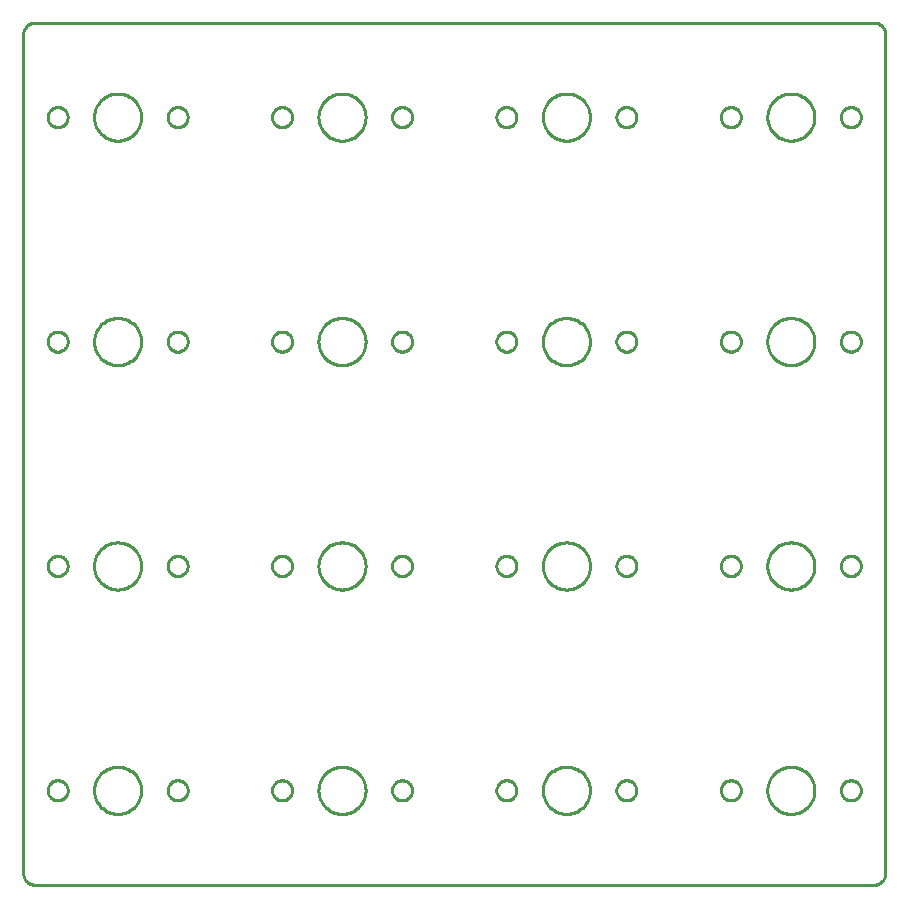
<source format=gbr>
G04 EAGLE Gerber X2 export*
%TF.Part,Single*%
%TF.FileFunction,Profile,NP*%
%TF.FilePolarity,Positive*%
%TF.GenerationSoftware,Autodesk,EAGLE,9.1.2*%
%TF.CreationDate,2018-09-23T15:55:00Z*%
G75*
%MOMM*%
%FSLAX34Y34*%
%LPD*%
%AMOC8*
5,1,8,0,0,1.08239X$1,22.5*%
G01*
%ADD10C,0.254000*%


D10*
X110000Y70000D02*
X110038Y69128D01*
X110152Y68264D01*
X110341Y67412D01*
X110603Y66580D01*
X110937Y65774D01*
X111340Y65000D01*
X111808Y64264D01*
X112340Y63572D01*
X112929Y62929D01*
X113572Y62340D01*
X114264Y61808D01*
X115000Y61340D01*
X115774Y60937D01*
X116580Y60603D01*
X117412Y60341D01*
X118264Y60152D01*
X119128Y60038D01*
X120000Y60000D01*
X830000Y60000D01*
X830872Y60038D01*
X831736Y60152D01*
X832588Y60341D01*
X833420Y60603D01*
X834226Y60937D01*
X835000Y61340D01*
X835736Y61808D01*
X836428Y62340D01*
X837071Y62929D01*
X837660Y63572D01*
X838192Y64264D01*
X838660Y65000D01*
X839063Y65774D01*
X839397Y66580D01*
X839659Y67412D01*
X839848Y68264D01*
X839962Y69128D01*
X840000Y70000D01*
X840000Y780000D01*
X839962Y780872D01*
X839848Y781736D01*
X839659Y782588D01*
X839397Y783420D01*
X839063Y784226D01*
X838660Y785000D01*
X838192Y785736D01*
X837660Y786428D01*
X837071Y787071D01*
X836428Y787660D01*
X835736Y788192D01*
X835000Y788660D01*
X834226Y789063D01*
X833420Y789397D01*
X832588Y789659D01*
X831736Y789848D01*
X830872Y789962D01*
X830000Y790000D01*
X120000Y790000D01*
X119128Y789962D01*
X118264Y789848D01*
X117412Y789659D01*
X116580Y789397D01*
X115774Y789063D01*
X115000Y788660D01*
X114264Y788192D01*
X113572Y787660D01*
X112929Y787071D01*
X112340Y786428D01*
X111808Y785736D01*
X111340Y785000D01*
X110937Y784226D01*
X110603Y783420D01*
X110341Y782588D01*
X110152Y781736D01*
X110038Y780872D01*
X110000Y780000D01*
X110000Y70000D01*
X209939Y139398D02*
X209866Y138195D01*
X209721Y136999D01*
X209504Y135813D01*
X209215Y134643D01*
X208857Y133493D01*
X208430Y132366D01*
X207935Y131267D01*
X207375Y130200D01*
X206752Y129169D01*
X206067Y128178D01*
X205324Y127229D01*
X204525Y126327D01*
X203673Y125475D01*
X202771Y124676D01*
X201823Y123933D01*
X200831Y123248D01*
X199800Y122625D01*
X198733Y122065D01*
X197634Y121570D01*
X196507Y121143D01*
X195357Y120785D01*
X194187Y120496D01*
X193001Y120279D01*
X191805Y120134D01*
X190603Y120061D01*
X189398Y120061D01*
X188195Y120134D01*
X186999Y120279D01*
X185813Y120496D01*
X184643Y120785D01*
X183493Y121143D01*
X182366Y121570D01*
X181267Y122065D01*
X180200Y122625D01*
X179169Y123248D01*
X178178Y123933D01*
X177229Y124676D01*
X176327Y125475D01*
X175475Y126327D01*
X174676Y127229D01*
X173933Y128178D01*
X173248Y129169D01*
X172625Y130200D01*
X172065Y131267D01*
X171570Y132366D01*
X171143Y133493D01*
X170785Y134643D01*
X170496Y135813D01*
X170279Y136999D01*
X170134Y138195D01*
X170061Y139398D01*
X170061Y140603D01*
X170134Y141805D01*
X170279Y143001D01*
X170496Y144187D01*
X170785Y145357D01*
X171143Y146507D01*
X171570Y147634D01*
X172065Y148733D01*
X172625Y149800D01*
X173248Y150831D01*
X173933Y151823D01*
X174676Y152771D01*
X175475Y153673D01*
X176327Y154525D01*
X177229Y155324D01*
X178178Y156067D01*
X179169Y156752D01*
X180200Y157375D01*
X181267Y157935D01*
X182366Y158430D01*
X183493Y158857D01*
X184643Y159215D01*
X185813Y159504D01*
X186999Y159721D01*
X188195Y159866D01*
X189398Y159939D01*
X190603Y159939D01*
X191805Y159866D01*
X193001Y159721D01*
X194187Y159504D01*
X195357Y159215D01*
X196507Y158857D01*
X197634Y158430D01*
X198733Y157935D01*
X199800Y157375D01*
X200831Y156752D01*
X201823Y156067D01*
X202771Y155324D01*
X203673Y154525D01*
X204525Y153673D01*
X205324Y152771D01*
X206067Y151823D01*
X206752Y150831D01*
X207375Y149800D01*
X207935Y148733D01*
X208430Y147634D01*
X208857Y146507D01*
X209215Y145357D01*
X209504Y144187D01*
X209721Y143001D01*
X209866Y141805D01*
X209939Y140603D01*
X209939Y139398D01*
X147709Y139629D02*
X147644Y138888D01*
X147515Y138157D01*
X147323Y137439D01*
X147069Y136741D01*
X146755Y136067D01*
X146383Y135424D01*
X145957Y134815D01*
X145479Y134246D01*
X144954Y133721D01*
X144385Y133243D01*
X143776Y132817D01*
X143133Y132445D01*
X142459Y132131D01*
X141761Y131877D01*
X141043Y131685D01*
X140312Y131556D01*
X139572Y131491D01*
X138829Y131491D01*
X138088Y131556D01*
X137357Y131685D01*
X136639Y131877D01*
X135941Y132131D01*
X135267Y132445D01*
X134624Y132817D01*
X134015Y133243D01*
X133446Y133721D01*
X132921Y134246D01*
X132443Y134815D01*
X132017Y135424D01*
X131645Y136067D01*
X131331Y136741D01*
X131077Y137439D01*
X130885Y138157D01*
X130756Y138888D01*
X130691Y139629D01*
X130691Y140372D01*
X130756Y141112D01*
X130885Y141843D01*
X131077Y142561D01*
X131331Y143259D01*
X131645Y143933D01*
X132017Y144576D01*
X132443Y145185D01*
X132921Y145754D01*
X133446Y146279D01*
X134015Y146757D01*
X134624Y147183D01*
X135267Y147555D01*
X135941Y147869D01*
X136639Y148123D01*
X137357Y148315D01*
X138088Y148444D01*
X138829Y148509D01*
X139572Y148509D01*
X140312Y148444D01*
X141043Y148315D01*
X141761Y148123D01*
X142459Y147869D01*
X143133Y147555D01*
X143776Y147183D01*
X144385Y146757D01*
X144954Y146279D01*
X145479Y145754D01*
X145957Y145185D01*
X146383Y144576D01*
X146755Y143933D01*
X147069Y143259D01*
X147323Y142561D01*
X147515Y141843D01*
X147644Y141112D01*
X147709Y140372D01*
X147709Y139629D01*
X249309Y139629D02*
X249244Y138888D01*
X249115Y138157D01*
X248923Y137439D01*
X248669Y136741D01*
X248355Y136067D01*
X247983Y135424D01*
X247557Y134815D01*
X247079Y134246D01*
X246554Y133721D01*
X245985Y133243D01*
X245376Y132817D01*
X244733Y132445D01*
X244059Y132131D01*
X243361Y131877D01*
X242643Y131685D01*
X241912Y131556D01*
X241172Y131491D01*
X240429Y131491D01*
X239688Y131556D01*
X238957Y131685D01*
X238239Y131877D01*
X237541Y132131D01*
X236867Y132445D01*
X236224Y132817D01*
X235615Y133243D01*
X235046Y133721D01*
X234521Y134246D01*
X234043Y134815D01*
X233617Y135424D01*
X233245Y136067D01*
X232931Y136741D01*
X232677Y137439D01*
X232485Y138157D01*
X232356Y138888D01*
X232291Y139629D01*
X232291Y140372D01*
X232356Y141112D01*
X232485Y141843D01*
X232677Y142561D01*
X232931Y143259D01*
X233245Y143933D01*
X233617Y144576D01*
X234043Y145185D01*
X234521Y145754D01*
X235046Y146279D01*
X235615Y146757D01*
X236224Y147183D01*
X236867Y147555D01*
X237541Y147869D01*
X238239Y148123D01*
X238957Y148315D01*
X239688Y148444D01*
X240429Y148509D01*
X241172Y148509D01*
X241912Y148444D01*
X242643Y148315D01*
X243361Y148123D01*
X244059Y147869D01*
X244733Y147555D01*
X245376Y147183D01*
X245985Y146757D01*
X246554Y146279D01*
X247079Y145754D01*
X247557Y145185D01*
X247983Y144576D01*
X248355Y143933D01*
X248669Y143259D01*
X248923Y142561D01*
X249115Y141843D01*
X249244Y141112D01*
X249309Y140372D01*
X249309Y139629D01*
X399939Y519398D02*
X399866Y518195D01*
X399721Y516999D01*
X399504Y515813D01*
X399215Y514643D01*
X398857Y513493D01*
X398430Y512366D01*
X397935Y511267D01*
X397375Y510200D01*
X396752Y509169D01*
X396067Y508178D01*
X395324Y507229D01*
X394525Y506327D01*
X393673Y505475D01*
X392771Y504676D01*
X391823Y503933D01*
X390831Y503248D01*
X389800Y502625D01*
X388733Y502065D01*
X387634Y501570D01*
X386507Y501143D01*
X385357Y500785D01*
X384187Y500496D01*
X383001Y500279D01*
X381805Y500134D01*
X380603Y500061D01*
X379398Y500061D01*
X378195Y500134D01*
X376999Y500279D01*
X375813Y500496D01*
X374643Y500785D01*
X373493Y501143D01*
X372366Y501570D01*
X371267Y502065D01*
X370200Y502625D01*
X369169Y503248D01*
X368178Y503933D01*
X367229Y504676D01*
X366327Y505475D01*
X365475Y506327D01*
X364676Y507229D01*
X363933Y508178D01*
X363248Y509169D01*
X362625Y510200D01*
X362065Y511267D01*
X361570Y512366D01*
X361143Y513493D01*
X360785Y514643D01*
X360496Y515813D01*
X360279Y516999D01*
X360134Y518195D01*
X360061Y519398D01*
X360061Y520603D01*
X360134Y521805D01*
X360279Y523001D01*
X360496Y524187D01*
X360785Y525357D01*
X361143Y526507D01*
X361570Y527634D01*
X362065Y528733D01*
X362625Y529800D01*
X363248Y530831D01*
X363933Y531823D01*
X364676Y532771D01*
X365475Y533673D01*
X366327Y534525D01*
X367229Y535324D01*
X368178Y536067D01*
X369169Y536752D01*
X370200Y537375D01*
X371267Y537935D01*
X372366Y538430D01*
X373493Y538857D01*
X374643Y539215D01*
X375813Y539504D01*
X376999Y539721D01*
X378195Y539866D01*
X379398Y539939D01*
X380603Y539939D01*
X381805Y539866D01*
X383001Y539721D01*
X384187Y539504D01*
X385357Y539215D01*
X386507Y538857D01*
X387634Y538430D01*
X388733Y537935D01*
X389800Y537375D01*
X390831Y536752D01*
X391823Y536067D01*
X392771Y535324D01*
X393673Y534525D01*
X394525Y533673D01*
X395324Y532771D01*
X396067Y531823D01*
X396752Y530831D01*
X397375Y529800D01*
X397935Y528733D01*
X398430Y527634D01*
X398857Y526507D01*
X399215Y525357D01*
X399504Y524187D01*
X399721Y523001D01*
X399866Y521805D01*
X399939Y520603D01*
X399939Y519398D01*
X337709Y519629D02*
X337644Y518888D01*
X337515Y518157D01*
X337323Y517439D01*
X337069Y516741D01*
X336755Y516067D01*
X336383Y515424D01*
X335957Y514815D01*
X335479Y514246D01*
X334954Y513721D01*
X334385Y513243D01*
X333776Y512817D01*
X333133Y512445D01*
X332459Y512131D01*
X331761Y511877D01*
X331043Y511685D01*
X330312Y511556D01*
X329572Y511491D01*
X328829Y511491D01*
X328088Y511556D01*
X327357Y511685D01*
X326639Y511877D01*
X325941Y512131D01*
X325267Y512445D01*
X324624Y512817D01*
X324015Y513243D01*
X323446Y513721D01*
X322921Y514246D01*
X322443Y514815D01*
X322017Y515424D01*
X321645Y516067D01*
X321331Y516741D01*
X321077Y517439D01*
X320885Y518157D01*
X320756Y518888D01*
X320691Y519629D01*
X320691Y520372D01*
X320756Y521112D01*
X320885Y521843D01*
X321077Y522561D01*
X321331Y523259D01*
X321645Y523933D01*
X322017Y524576D01*
X322443Y525185D01*
X322921Y525754D01*
X323446Y526279D01*
X324015Y526757D01*
X324624Y527183D01*
X325267Y527555D01*
X325941Y527869D01*
X326639Y528123D01*
X327357Y528315D01*
X328088Y528444D01*
X328829Y528509D01*
X329572Y528509D01*
X330312Y528444D01*
X331043Y528315D01*
X331761Y528123D01*
X332459Y527869D01*
X333133Y527555D01*
X333776Y527183D01*
X334385Y526757D01*
X334954Y526279D01*
X335479Y525754D01*
X335957Y525185D01*
X336383Y524576D01*
X336755Y523933D01*
X337069Y523259D01*
X337323Y522561D01*
X337515Y521843D01*
X337644Y521112D01*
X337709Y520372D01*
X337709Y519629D01*
X439309Y519629D02*
X439244Y518888D01*
X439115Y518157D01*
X438923Y517439D01*
X438669Y516741D01*
X438355Y516067D01*
X437983Y515424D01*
X437557Y514815D01*
X437079Y514246D01*
X436554Y513721D01*
X435985Y513243D01*
X435376Y512817D01*
X434733Y512445D01*
X434059Y512131D01*
X433361Y511877D01*
X432643Y511685D01*
X431912Y511556D01*
X431172Y511491D01*
X430429Y511491D01*
X429688Y511556D01*
X428957Y511685D01*
X428239Y511877D01*
X427541Y512131D01*
X426867Y512445D01*
X426224Y512817D01*
X425615Y513243D01*
X425046Y513721D01*
X424521Y514246D01*
X424043Y514815D01*
X423617Y515424D01*
X423245Y516067D01*
X422931Y516741D01*
X422677Y517439D01*
X422485Y518157D01*
X422356Y518888D01*
X422291Y519629D01*
X422291Y520372D01*
X422356Y521112D01*
X422485Y521843D01*
X422677Y522561D01*
X422931Y523259D01*
X423245Y523933D01*
X423617Y524576D01*
X424043Y525185D01*
X424521Y525754D01*
X425046Y526279D01*
X425615Y526757D01*
X426224Y527183D01*
X426867Y527555D01*
X427541Y527869D01*
X428239Y528123D01*
X428957Y528315D01*
X429688Y528444D01*
X430429Y528509D01*
X431172Y528509D01*
X431912Y528444D01*
X432643Y528315D01*
X433361Y528123D01*
X434059Y527869D01*
X434733Y527555D01*
X435376Y527183D01*
X435985Y526757D01*
X436554Y526279D01*
X437079Y525754D01*
X437557Y525185D01*
X437983Y524576D01*
X438355Y523933D01*
X438669Y523259D01*
X438923Y522561D01*
X439115Y521843D01*
X439244Y521112D01*
X439309Y520372D01*
X439309Y519629D01*
X589939Y519398D02*
X589866Y518195D01*
X589721Y516999D01*
X589504Y515813D01*
X589215Y514643D01*
X588857Y513493D01*
X588430Y512366D01*
X587935Y511267D01*
X587375Y510200D01*
X586752Y509169D01*
X586067Y508178D01*
X585324Y507229D01*
X584525Y506327D01*
X583673Y505475D01*
X582771Y504676D01*
X581823Y503933D01*
X580831Y503248D01*
X579800Y502625D01*
X578733Y502065D01*
X577634Y501570D01*
X576507Y501143D01*
X575357Y500785D01*
X574187Y500496D01*
X573001Y500279D01*
X571805Y500134D01*
X570603Y500061D01*
X569398Y500061D01*
X568195Y500134D01*
X566999Y500279D01*
X565813Y500496D01*
X564643Y500785D01*
X563493Y501143D01*
X562366Y501570D01*
X561267Y502065D01*
X560200Y502625D01*
X559169Y503248D01*
X558178Y503933D01*
X557229Y504676D01*
X556327Y505475D01*
X555475Y506327D01*
X554676Y507229D01*
X553933Y508178D01*
X553248Y509169D01*
X552625Y510200D01*
X552065Y511267D01*
X551570Y512366D01*
X551143Y513493D01*
X550785Y514643D01*
X550496Y515813D01*
X550279Y516999D01*
X550134Y518195D01*
X550061Y519398D01*
X550061Y520603D01*
X550134Y521805D01*
X550279Y523001D01*
X550496Y524187D01*
X550785Y525357D01*
X551143Y526507D01*
X551570Y527634D01*
X552065Y528733D01*
X552625Y529800D01*
X553248Y530831D01*
X553933Y531823D01*
X554676Y532771D01*
X555475Y533673D01*
X556327Y534525D01*
X557229Y535324D01*
X558178Y536067D01*
X559169Y536752D01*
X560200Y537375D01*
X561267Y537935D01*
X562366Y538430D01*
X563493Y538857D01*
X564643Y539215D01*
X565813Y539504D01*
X566999Y539721D01*
X568195Y539866D01*
X569398Y539939D01*
X570603Y539939D01*
X571805Y539866D01*
X573001Y539721D01*
X574187Y539504D01*
X575357Y539215D01*
X576507Y538857D01*
X577634Y538430D01*
X578733Y537935D01*
X579800Y537375D01*
X580831Y536752D01*
X581823Y536067D01*
X582771Y535324D01*
X583673Y534525D01*
X584525Y533673D01*
X585324Y532771D01*
X586067Y531823D01*
X586752Y530831D01*
X587375Y529800D01*
X587935Y528733D01*
X588430Y527634D01*
X588857Y526507D01*
X589215Y525357D01*
X589504Y524187D01*
X589721Y523001D01*
X589866Y521805D01*
X589939Y520603D01*
X589939Y519398D01*
X527709Y519629D02*
X527644Y518888D01*
X527515Y518157D01*
X527323Y517439D01*
X527069Y516741D01*
X526755Y516067D01*
X526383Y515424D01*
X525957Y514815D01*
X525479Y514246D01*
X524954Y513721D01*
X524385Y513243D01*
X523776Y512817D01*
X523133Y512445D01*
X522459Y512131D01*
X521761Y511877D01*
X521043Y511685D01*
X520312Y511556D01*
X519572Y511491D01*
X518829Y511491D01*
X518088Y511556D01*
X517357Y511685D01*
X516639Y511877D01*
X515941Y512131D01*
X515267Y512445D01*
X514624Y512817D01*
X514015Y513243D01*
X513446Y513721D01*
X512921Y514246D01*
X512443Y514815D01*
X512017Y515424D01*
X511645Y516067D01*
X511331Y516741D01*
X511077Y517439D01*
X510885Y518157D01*
X510756Y518888D01*
X510691Y519629D01*
X510691Y520372D01*
X510756Y521112D01*
X510885Y521843D01*
X511077Y522561D01*
X511331Y523259D01*
X511645Y523933D01*
X512017Y524576D01*
X512443Y525185D01*
X512921Y525754D01*
X513446Y526279D01*
X514015Y526757D01*
X514624Y527183D01*
X515267Y527555D01*
X515941Y527869D01*
X516639Y528123D01*
X517357Y528315D01*
X518088Y528444D01*
X518829Y528509D01*
X519572Y528509D01*
X520312Y528444D01*
X521043Y528315D01*
X521761Y528123D01*
X522459Y527869D01*
X523133Y527555D01*
X523776Y527183D01*
X524385Y526757D01*
X524954Y526279D01*
X525479Y525754D01*
X525957Y525185D01*
X526383Y524576D01*
X526755Y523933D01*
X527069Y523259D01*
X527323Y522561D01*
X527515Y521843D01*
X527644Y521112D01*
X527709Y520372D01*
X527709Y519629D01*
X629309Y519629D02*
X629244Y518888D01*
X629115Y518157D01*
X628923Y517439D01*
X628669Y516741D01*
X628355Y516067D01*
X627983Y515424D01*
X627557Y514815D01*
X627079Y514246D01*
X626554Y513721D01*
X625985Y513243D01*
X625376Y512817D01*
X624733Y512445D01*
X624059Y512131D01*
X623361Y511877D01*
X622643Y511685D01*
X621912Y511556D01*
X621172Y511491D01*
X620429Y511491D01*
X619688Y511556D01*
X618957Y511685D01*
X618239Y511877D01*
X617541Y512131D01*
X616867Y512445D01*
X616224Y512817D01*
X615615Y513243D01*
X615046Y513721D01*
X614521Y514246D01*
X614043Y514815D01*
X613617Y515424D01*
X613245Y516067D01*
X612931Y516741D01*
X612677Y517439D01*
X612485Y518157D01*
X612356Y518888D01*
X612291Y519629D01*
X612291Y520372D01*
X612356Y521112D01*
X612485Y521843D01*
X612677Y522561D01*
X612931Y523259D01*
X613245Y523933D01*
X613617Y524576D01*
X614043Y525185D01*
X614521Y525754D01*
X615046Y526279D01*
X615615Y526757D01*
X616224Y527183D01*
X616867Y527555D01*
X617541Y527869D01*
X618239Y528123D01*
X618957Y528315D01*
X619688Y528444D01*
X620429Y528509D01*
X621172Y528509D01*
X621912Y528444D01*
X622643Y528315D01*
X623361Y528123D01*
X624059Y527869D01*
X624733Y527555D01*
X625376Y527183D01*
X625985Y526757D01*
X626554Y526279D01*
X627079Y525754D01*
X627557Y525185D01*
X627983Y524576D01*
X628355Y523933D01*
X628669Y523259D01*
X628923Y522561D01*
X629115Y521843D01*
X629244Y521112D01*
X629309Y520372D01*
X629309Y519629D01*
X779939Y519398D02*
X779866Y518195D01*
X779721Y516999D01*
X779504Y515813D01*
X779215Y514643D01*
X778857Y513493D01*
X778430Y512366D01*
X777935Y511267D01*
X777375Y510200D01*
X776752Y509169D01*
X776067Y508178D01*
X775324Y507229D01*
X774525Y506327D01*
X773673Y505475D01*
X772771Y504676D01*
X771823Y503933D01*
X770831Y503248D01*
X769800Y502625D01*
X768733Y502065D01*
X767634Y501570D01*
X766507Y501143D01*
X765357Y500785D01*
X764187Y500496D01*
X763001Y500279D01*
X761805Y500134D01*
X760603Y500061D01*
X759398Y500061D01*
X758195Y500134D01*
X756999Y500279D01*
X755813Y500496D01*
X754643Y500785D01*
X753493Y501143D01*
X752366Y501570D01*
X751267Y502065D01*
X750200Y502625D01*
X749169Y503248D01*
X748178Y503933D01*
X747229Y504676D01*
X746327Y505475D01*
X745475Y506327D01*
X744676Y507229D01*
X743933Y508178D01*
X743248Y509169D01*
X742625Y510200D01*
X742065Y511267D01*
X741570Y512366D01*
X741143Y513493D01*
X740785Y514643D01*
X740496Y515813D01*
X740279Y516999D01*
X740134Y518195D01*
X740061Y519398D01*
X740061Y520603D01*
X740134Y521805D01*
X740279Y523001D01*
X740496Y524187D01*
X740785Y525357D01*
X741143Y526507D01*
X741570Y527634D01*
X742065Y528733D01*
X742625Y529800D01*
X743248Y530831D01*
X743933Y531823D01*
X744676Y532771D01*
X745475Y533673D01*
X746327Y534525D01*
X747229Y535324D01*
X748178Y536067D01*
X749169Y536752D01*
X750200Y537375D01*
X751267Y537935D01*
X752366Y538430D01*
X753493Y538857D01*
X754643Y539215D01*
X755813Y539504D01*
X756999Y539721D01*
X758195Y539866D01*
X759398Y539939D01*
X760603Y539939D01*
X761805Y539866D01*
X763001Y539721D01*
X764187Y539504D01*
X765357Y539215D01*
X766507Y538857D01*
X767634Y538430D01*
X768733Y537935D01*
X769800Y537375D01*
X770831Y536752D01*
X771823Y536067D01*
X772771Y535324D01*
X773673Y534525D01*
X774525Y533673D01*
X775324Y532771D01*
X776067Y531823D01*
X776752Y530831D01*
X777375Y529800D01*
X777935Y528733D01*
X778430Y527634D01*
X778857Y526507D01*
X779215Y525357D01*
X779504Y524187D01*
X779721Y523001D01*
X779866Y521805D01*
X779939Y520603D01*
X779939Y519398D01*
X717709Y519629D02*
X717644Y518888D01*
X717515Y518157D01*
X717323Y517439D01*
X717069Y516741D01*
X716755Y516067D01*
X716383Y515424D01*
X715957Y514815D01*
X715479Y514246D01*
X714954Y513721D01*
X714385Y513243D01*
X713776Y512817D01*
X713133Y512445D01*
X712459Y512131D01*
X711761Y511877D01*
X711043Y511685D01*
X710312Y511556D01*
X709572Y511491D01*
X708829Y511491D01*
X708088Y511556D01*
X707357Y511685D01*
X706639Y511877D01*
X705941Y512131D01*
X705267Y512445D01*
X704624Y512817D01*
X704015Y513243D01*
X703446Y513721D01*
X702921Y514246D01*
X702443Y514815D01*
X702017Y515424D01*
X701645Y516067D01*
X701331Y516741D01*
X701077Y517439D01*
X700885Y518157D01*
X700756Y518888D01*
X700691Y519629D01*
X700691Y520372D01*
X700756Y521112D01*
X700885Y521843D01*
X701077Y522561D01*
X701331Y523259D01*
X701645Y523933D01*
X702017Y524576D01*
X702443Y525185D01*
X702921Y525754D01*
X703446Y526279D01*
X704015Y526757D01*
X704624Y527183D01*
X705267Y527555D01*
X705941Y527869D01*
X706639Y528123D01*
X707357Y528315D01*
X708088Y528444D01*
X708829Y528509D01*
X709572Y528509D01*
X710312Y528444D01*
X711043Y528315D01*
X711761Y528123D01*
X712459Y527869D01*
X713133Y527555D01*
X713776Y527183D01*
X714385Y526757D01*
X714954Y526279D01*
X715479Y525754D01*
X715957Y525185D01*
X716383Y524576D01*
X716755Y523933D01*
X717069Y523259D01*
X717323Y522561D01*
X717515Y521843D01*
X717644Y521112D01*
X717709Y520372D01*
X717709Y519629D01*
X819309Y519629D02*
X819244Y518888D01*
X819115Y518157D01*
X818923Y517439D01*
X818669Y516741D01*
X818355Y516067D01*
X817983Y515424D01*
X817557Y514815D01*
X817079Y514246D01*
X816554Y513721D01*
X815985Y513243D01*
X815376Y512817D01*
X814733Y512445D01*
X814059Y512131D01*
X813361Y511877D01*
X812643Y511685D01*
X811912Y511556D01*
X811172Y511491D01*
X810429Y511491D01*
X809688Y511556D01*
X808957Y511685D01*
X808239Y511877D01*
X807541Y512131D01*
X806867Y512445D01*
X806224Y512817D01*
X805615Y513243D01*
X805046Y513721D01*
X804521Y514246D01*
X804043Y514815D01*
X803617Y515424D01*
X803245Y516067D01*
X802931Y516741D01*
X802677Y517439D01*
X802485Y518157D01*
X802356Y518888D01*
X802291Y519629D01*
X802291Y520372D01*
X802356Y521112D01*
X802485Y521843D01*
X802677Y522561D01*
X802931Y523259D01*
X803245Y523933D01*
X803617Y524576D01*
X804043Y525185D01*
X804521Y525754D01*
X805046Y526279D01*
X805615Y526757D01*
X806224Y527183D01*
X806867Y527555D01*
X807541Y527869D01*
X808239Y528123D01*
X808957Y528315D01*
X809688Y528444D01*
X810429Y528509D01*
X811172Y528509D01*
X811912Y528444D01*
X812643Y528315D01*
X813361Y528123D01*
X814059Y527869D01*
X814733Y527555D01*
X815376Y527183D01*
X815985Y526757D01*
X816554Y526279D01*
X817079Y525754D01*
X817557Y525185D01*
X817983Y524576D01*
X818355Y523933D01*
X818669Y523259D01*
X818923Y522561D01*
X819115Y521843D01*
X819244Y521112D01*
X819309Y520372D01*
X819309Y519629D01*
X209939Y709398D02*
X209866Y708195D01*
X209721Y706999D01*
X209504Y705813D01*
X209215Y704643D01*
X208857Y703493D01*
X208430Y702366D01*
X207935Y701267D01*
X207375Y700200D01*
X206752Y699169D01*
X206067Y698178D01*
X205324Y697229D01*
X204525Y696327D01*
X203673Y695475D01*
X202771Y694676D01*
X201823Y693933D01*
X200831Y693248D01*
X199800Y692625D01*
X198733Y692065D01*
X197634Y691570D01*
X196507Y691143D01*
X195357Y690785D01*
X194187Y690496D01*
X193001Y690279D01*
X191805Y690134D01*
X190603Y690061D01*
X189398Y690061D01*
X188195Y690134D01*
X186999Y690279D01*
X185813Y690496D01*
X184643Y690785D01*
X183493Y691143D01*
X182366Y691570D01*
X181267Y692065D01*
X180200Y692625D01*
X179169Y693248D01*
X178178Y693933D01*
X177229Y694676D01*
X176327Y695475D01*
X175475Y696327D01*
X174676Y697229D01*
X173933Y698178D01*
X173248Y699169D01*
X172625Y700200D01*
X172065Y701267D01*
X171570Y702366D01*
X171143Y703493D01*
X170785Y704643D01*
X170496Y705813D01*
X170279Y706999D01*
X170134Y708195D01*
X170061Y709398D01*
X170061Y710603D01*
X170134Y711805D01*
X170279Y713001D01*
X170496Y714187D01*
X170785Y715357D01*
X171143Y716507D01*
X171570Y717634D01*
X172065Y718733D01*
X172625Y719800D01*
X173248Y720831D01*
X173933Y721823D01*
X174676Y722771D01*
X175475Y723673D01*
X176327Y724525D01*
X177229Y725324D01*
X178178Y726067D01*
X179169Y726752D01*
X180200Y727375D01*
X181267Y727935D01*
X182366Y728430D01*
X183493Y728857D01*
X184643Y729215D01*
X185813Y729504D01*
X186999Y729721D01*
X188195Y729866D01*
X189398Y729939D01*
X190603Y729939D01*
X191805Y729866D01*
X193001Y729721D01*
X194187Y729504D01*
X195357Y729215D01*
X196507Y728857D01*
X197634Y728430D01*
X198733Y727935D01*
X199800Y727375D01*
X200831Y726752D01*
X201823Y726067D01*
X202771Y725324D01*
X203673Y724525D01*
X204525Y723673D01*
X205324Y722771D01*
X206067Y721823D01*
X206752Y720831D01*
X207375Y719800D01*
X207935Y718733D01*
X208430Y717634D01*
X208857Y716507D01*
X209215Y715357D01*
X209504Y714187D01*
X209721Y713001D01*
X209866Y711805D01*
X209939Y710603D01*
X209939Y709398D01*
X147709Y709629D02*
X147644Y708888D01*
X147515Y708157D01*
X147323Y707439D01*
X147069Y706741D01*
X146755Y706067D01*
X146383Y705424D01*
X145957Y704815D01*
X145479Y704246D01*
X144954Y703721D01*
X144385Y703243D01*
X143776Y702817D01*
X143133Y702445D01*
X142459Y702131D01*
X141761Y701877D01*
X141043Y701685D01*
X140312Y701556D01*
X139572Y701491D01*
X138829Y701491D01*
X138088Y701556D01*
X137357Y701685D01*
X136639Y701877D01*
X135941Y702131D01*
X135267Y702445D01*
X134624Y702817D01*
X134015Y703243D01*
X133446Y703721D01*
X132921Y704246D01*
X132443Y704815D01*
X132017Y705424D01*
X131645Y706067D01*
X131331Y706741D01*
X131077Y707439D01*
X130885Y708157D01*
X130756Y708888D01*
X130691Y709629D01*
X130691Y710372D01*
X130756Y711112D01*
X130885Y711843D01*
X131077Y712561D01*
X131331Y713259D01*
X131645Y713933D01*
X132017Y714576D01*
X132443Y715185D01*
X132921Y715754D01*
X133446Y716279D01*
X134015Y716757D01*
X134624Y717183D01*
X135267Y717555D01*
X135941Y717869D01*
X136639Y718123D01*
X137357Y718315D01*
X138088Y718444D01*
X138829Y718509D01*
X139572Y718509D01*
X140312Y718444D01*
X141043Y718315D01*
X141761Y718123D01*
X142459Y717869D01*
X143133Y717555D01*
X143776Y717183D01*
X144385Y716757D01*
X144954Y716279D01*
X145479Y715754D01*
X145957Y715185D01*
X146383Y714576D01*
X146755Y713933D01*
X147069Y713259D01*
X147323Y712561D01*
X147515Y711843D01*
X147644Y711112D01*
X147709Y710372D01*
X147709Y709629D01*
X249309Y709629D02*
X249244Y708888D01*
X249115Y708157D01*
X248923Y707439D01*
X248669Y706741D01*
X248355Y706067D01*
X247983Y705424D01*
X247557Y704815D01*
X247079Y704246D01*
X246554Y703721D01*
X245985Y703243D01*
X245376Y702817D01*
X244733Y702445D01*
X244059Y702131D01*
X243361Y701877D01*
X242643Y701685D01*
X241912Y701556D01*
X241172Y701491D01*
X240429Y701491D01*
X239688Y701556D01*
X238957Y701685D01*
X238239Y701877D01*
X237541Y702131D01*
X236867Y702445D01*
X236224Y702817D01*
X235615Y703243D01*
X235046Y703721D01*
X234521Y704246D01*
X234043Y704815D01*
X233617Y705424D01*
X233245Y706067D01*
X232931Y706741D01*
X232677Y707439D01*
X232485Y708157D01*
X232356Y708888D01*
X232291Y709629D01*
X232291Y710372D01*
X232356Y711112D01*
X232485Y711843D01*
X232677Y712561D01*
X232931Y713259D01*
X233245Y713933D01*
X233617Y714576D01*
X234043Y715185D01*
X234521Y715754D01*
X235046Y716279D01*
X235615Y716757D01*
X236224Y717183D01*
X236867Y717555D01*
X237541Y717869D01*
X238239Y718123D01*
X238957Y718315D01*
X239688Y718444D01*
X240429Y718509D01*
X241172Y718509D01*
X241912Y718444D01*
X242643Y718315D01*
X243361Y718123D01*
X244059Y717869D01*
X244733Y717555D01*
X245376Y717183D01*
X245985Y716757D01*
X246554Y716279D01*
X247079Y715754D01*
X247557Y715185D01*
X247983Y714576D01*
X248355Y713933D01*
X248669Y713259D01*
X248923Y712561D01*
X249115Y711843D01*
X249244Y711112D01*
X249309Y710372D01*
X249309Y709629D01*
X399939Y709398D02*
X399866Y708195D01*
X399721Y706999D01*
X399504Y705813D01*
X399215Y704643D01*
X398857Y703493D01*
X398430Y702366D01*
X397935Y701267D01*
X397375Y700200D01*
X396752Y699169D01*
X396067Y698178D01*
X395324Y697229D01*
X394525Y696327D01*
X393673Y695475D01*
X392771Y694676D01*
X391823Y693933D01*
X390831Y693248D01*
X389800Y692625D01*
X388733Y692065D01*
X387634Y691570D01*
X386507Y691143D01*
X385357Y690785D01*
X384187Y690496D01*
X383001Y690279D01*
X381805Y690134D01*
X380603Y690061D01*
X379398Y690061D01*
X378195Y690134D01*
X376999Y690279D01*
X375813Y690496D01*
X374643Y690785D01*
X373493Y691143D01*
X372366Y691570D01*
X371267Y692065D01*
X370200Y692625D01*
X369169Y693248D01*
X368178Y693933D01*
X367229Y694676D01*
X366327Y695475D01*
X365475Y696327D01*
X364676Y697229D01*
X363933Y698178D01*
X363248Y699169D01*
X362625Y700200D01*
X362065Y701267D01*
X361570Y702366D01*
X361143Y703493D01*
X360785Y704643D01*
X360496Y705813D01*
X360279Y706999D01*
X360134Y708195D01*
X360061Y709398D01*
X360061Y710603D01*
X360134Y711805D01*
X360279Y713001D01*
X360496Y714187D01*
X360785Y715357D01*
X361143Y716507D01*
X361570Y717634D01*
X362065Y718733D01*
X362625Y719800D01*
X363248Y720831D01*
X363933Y721823D01*
X364676Y722771D01*
X365475Y723673D01*
X366327Y724525D01*
X367229Y725324D01*
X368178Y726067D01*
X369169Y726752D01*
X370200Y727375D01*
X371267Y727935D01*
X372366Y728430D01*
X373493Y728857D01*
X374643Y729215D01*
X375813Y729504D01*
X376999Y729721D01*
X378195Y729866D01*
X379398Y729939D01*
X380603Y729939D01*
X381805Y729866D01*
X383001Y729721D01*
X384187Y729504D01*
X385357Y729215D01*
X386507Y728857D01*
X387634Y728430D01*
X388733Y727935D01*
X389800Y727375D01*
X390831Y726752D01*
X391823Y726067D01*
X392771Y725324D01*
X393673Y724525D01*
X394525Y723673D01*
X395324Y722771D01*
X396067Y721823D01*
X396752Y720831D01*
X397375Y719800D01*
X397935Y718733D01*
X398430Y717634D01*
X398857Y716507D01*
X399215Y715357D01*
X399504Y714187D01*
X399721Y713001D01*
X399866Y711805D01*
X399939Y710603D01*
X399939Y709398D01*
X337709Y709629D02*
X337644Y708888D01*
X337515Y708157D01*
X337323Y707439D01*
X337069Y706741D01*
X336755Y706067D01*
X336383Y705424D01*
X335957Y704815D01*
X335479Y704246D01*
X334954Y703721D01*
X334385Y703243D01*
X333776Y702817D01*
X333133Y702445D01*
X332459Y702131D01*
X331761Y701877D01*
X331043Y701685D01*
X330312Y701556D01*
X329572Y701491D01*
X328829Y701491D01*
X328088Y701556D01*
X327357Y701685D01*
X326639Y701877D01*
X325941Y702131D01*
X325267Y702445D01*
X324624Y702817D01*
X324015Y703243D01*
X323446Y703721D01*
X322921Y704246D01*
X322443Y704815D01*
X322017Y705424D01*
X321645Y706067D01*
X321331Y706741D01*
X321077Y707439D01*
X320885Y708157D01*
X320756Y708888D01*
X320691Y709629D01*
X320691Y710372D01*
X320756Y711112D01*
X320885Y711843D01*
X321077Y712561D01*
X321331Y713259D01*
X321645Y713933D01*
X322017Y714576D01*
X322443Y715185D01*
X322921Y715754D01*
X323446Y716279D01*
X324015Y716757D01*
X324624Y717183D01*
X325267Y717555D01*
X325941Y717869D01*
X326639Y718123D01*
X327357Y718315D01*
X328088Y718444D01*
X328829Y718509D01*
X329572Y718509D01*
X330312Y718444D01*
X331043Y718315D01*
X331761Y718123D01*
X332459Y717869D01*
X333133Y717555D01*
X333776Y717183D01*
X334385Y716757D01*
X334954Y716279D01*
X335479Y715754D01*
X335957Y715185D01*
X336383Y714576D01*
X336755Y713933D01*
X337069Y713259D01*
X337323Y712561D01*
X337515Y711843D01*
X337644Y711112D01*
X337709Y710372D01*
X337709Y709629D01*
X439309Y709629D02*
X439244Y708888D01*
X439115Y708157D01*
X438923Y707439D01*
X438669Y706741D01*
X438355Y706067D01*
X437983Y705424D01*
X437557Y704815D01*
X437079Y704246D01*
X436554Y703721D01*
X435985Y703243D01*
X435376Y702817D01*
X434733Y702445D01*
X434059Y702131D01*
X433361Y701877D01*
X432643Y701685D01*
X431912Y701556D01*
X431172Y701491D01*
X430429Y701491D01*
X429688Y701556D01*
X428957Y701685D01*
X428239Y701877D01*
X427541Y702131D01*
X426867Y702445D01*
X426224Y702817D01*
X425615Y703243D01*
X425046Y703721D01*
X424521Y704246D01*
X424043Y704815D01*
X423617Y705424D01*
X423245Y706067D01*
X422931Y706741D01*
X422677Y707439D01*
X422485Y708157D01*
X422356Y708888D01*
X422291Y709629D01*
X422291Y710372D01*
X422356Y711112D01*
X422485Y711843D01*
X422677Y712561D01*
X422931Y713259D01*
X423245Y713933D01*
X423617Y714576D01*
X424043Y715185D01*
X424521Y715754D01*
X425046Y716279D01*
X425615Y716757D01*
X426224Y717183D01*
X426867Y717555D01*
X427541Y717869D01*
X428239Y718123D01*
X428957Y718315D01*
X429688Y718444D01*
X430429Y718509D01*
X431172Y718509D01*
X431912Y718444D01*
X432643Y718315D01*
X433361Y718123D01*
X434059Y717869D01*
X434733Y717555D01*
X435376Y717183D01*
X435985Y716757D01*
X436554Y716279D01*
X437079Y715754D01*
X437557Y715185D01*
X437983Y714576D01*
X438355Y713933D01*
X438669Y713259D01*
X438923Y712561D01*
X439115Y711843D01*
X439244Y711112D01*
X439309Y710372D01*
X439309Y709629D01*
X589939Y709398D02*
X589866Y708195D01*
X589721Y706999D01*
X589504Y705813D01*
X589215Y704643D01*
X588857Y703493D01*
X588430Y702366D01*
X587935Y701267D01*
X587375Y700200D01*
X586752Y699169D01*
X586067Y698178D01*
X585324Y697229D01*
X584525Y696327D01*
X583673Y695475D01*
X582771Y694676D01*
X581823Y693933D01*
X580831Y693248D01*
X579800Y692625D01*
X578733Y692065D01*
X577634Y691570D01*
X576507Y691143D01*
X575357Y690785D01*
X574187Y690496D01*
X573001Y690279D01*
X571805Y690134D01*
X570603Y690061D01*
X569398Y690061D01*
X568195Y690134D01*
X566999Y690279D01*
X565813Y690496D01*
X564643Y690785D01*
X563493Y691143D01*
X562366Y691570D01*
X561267Y692065D01*
X560200Y692625D01*
X559169Y693248D01*
X558178Y693933D01*
X557229Y694676D01*
X556327Y695475D01*
X555475Y696327D01*
X554676Y697229D01*
X553933Y698178D01*
X553248Y699169D01*
X552625Y700200D01*
X552065Y701267D01*
X551570Y702366D01*
X551143Y703493D01*
X550785Y704643D01*
X550496Y705813D01*
X550279Y706999D01*
X550134Y708195D01*
X550061Y709398D01*
X550061Y710603D01*
X550134Y711805D01*
X550279Y713001D01*
X550496Y714187D01*
X550785Y715357D01*
X551143Y716507D01*
X551570Y717634D01*
X552065Y718733D01*
X552625Y719800D01*
X553248Y720831D01*
X553933Y721823D01*
X554676Y722771D01*
X555475Y723673D01*
X556327Y724525D01*
X557229Y725324D01*
X558178Y726067D01*
X559169Y726752D01*
X560200Y727375D01*
X561267Y727935D01*
X562366Y728430D01*
X563493Y728857D01*
X564643Y729215D01*
X565813Y729504D01*
X566999Y729721D01*
X568195Y729866D01*
X569398Y729939D01*
X570603Y729939D01*
X571805Y729866D01*
X573001Y729721D01*
X574187Y729504D01*
X575357Y729215D01*
X576507Y728857D01*
X577634Y728430D01*
X578733Y727935D01*
X579800Y727375D01*
X580831Y726752D01*
X581823Y726067D01*
X582771Y725324D01*
X583673Y724525D01*
X584525Y723673D01*
X585324Y722771D01*
X586067Y721823D01*
X586752Y720831D01*
X587375Y719800D01*
X587935Y718733D01*
X588430Y717634D01*
X588857Y716507D01*
X589215Y715357D01*
X589504Y714187D01*
X589721Y713001D01*
X589866Y711805D01*
X589939Y710603D01*
X589939Y709398D01*
X527709Y709629D02*
X527644Y708888D01*
X527515Y708157D01*
X527323Y707439D01*
X527069Y706741D01*
X526755Y706067D01*
X526383Y705424D01*
X525957Y704815D01*
X525479Y704246D01*
X524954Y703721D01*
X524385Y703243D01*
X523776Y702817D01*
X523133Y702445D01*
X522459Y702131D01*
X521761Y701877D01*
X521043Y701685D01*
X520312Y701556D01*
X519572Y701491D01*
X518829Y701491D01*
X518088Y701556D01*
X517357Y701685D01*
X516639Y701877D01*
X515941Y702131D01*
X515267Y702445D01*
X514624Y702817D01*
X514015Y703243D01*
X513446Y703721D01*
X512921Y704246D01*
X512443Y704815D01*
X512017Y705424D01*
X511645Y706067D01*
X511331Y706741D01*
X511077Y707439D01*
X510885Y708157D01*
X510756Y708888D01*
X510691Y709629D01*
X510691Y710372D01*
X510756Y711112D01*
X510885Y711843D01*
X511077Y712561D01*
X511331Y713259D01*
X511645Y713933D01*
X512017Y714576D01*
X512443Y715185D01*
X512921Y715754D01*
X513446Y716279D01*
X514015Y716757D01*
X514624Y717183D01*
X515267Y717555D01*
X515941Y717869D01*
X516639Y718123D01*
X517357Y718315D01*
X518088Y718444D01*
X518829Y718509D01*
X519572Y718509D01*
X520312Y718444D01*
X521043Y718315D01*
X521761Y718123D01*
X522459Y717869D01*
X523133Y717555D01*
X523776Y717183D01*
X524385Y716757D01*
X524954Y716279D01*
X525479Y715754D01*
X525957Y715185D01*
X526383Y714576D01*
X526755Y713933D01*
X527069Y713259D01*
X527323Y712561D01*
X527515Y711843D01*
X527644Y711112D01*
X527709Y710372D01*
X527709Y709629D01*
X629309Y709629D02*
X629244Y708888D01*
X629115Y708157D01*
X628923Y707439D01*
X628669Y706741D01*
X628355Y706067D01*
X627983Y705424D01*
X627557Y704815D01*
X627079Y704246D01*
X626554Y703721D01*
X625985Y703243D01*
X625376Y702817D01*
X624733Y702445D01*
X624059Y702131D01*
X623361Y701877D01*
X622643Y701685D01*
X621912Y701556D01*
X621172Y701491D01*
X620429Y701491D01*
X619688Y701556D01*
X618957Y701685D01*
X618239Y701877D01*
X617541Y702131D01*
X616867Y702445D01*
X616224Y702817D01*
X615615Y703243D01*
X615046Y703721D01*
X614521Y704246D01*
X614043Y704815D01*
X613617Y705424D01*
X613245Y706067D01*
X612931Y706741D01*
X612677Y707439D01*
X612485Y708157D01*
X612356Y708888D01*
X612291Y709629D01*
X612291Y710372D01*
X612356Y711112D01*
X612485Y711843D01*
X612677Y712561D01*
X612931Y713259D01*
X613245Y713933D01*
X613617Y714576D01*
X614043Y715185D01*
X614521Y715754D01*
X615046Y716279D01*
X615615Y716757D01*
X616224Y717183D01*
X616867Y717555D01*
X617541Y717869D01*
X618239Y718123D01*
X618957Y718315D01*
X619688Y718444D01*
X620429Y718509D01*
X621172Y718509D01*
X621912Y718444D01*
X622643Y718315D01*
X623361Y718123D01*
X624059Y717869D01*
X624733Y717555D01*
X625376Y717183D01*
X625985Y716757D01*
X626554Y716279D01*
X627079Y715754D01*
X627557Y715185D01*
X627983Y714576D01*
X628355Y713933D01*
X628669Y713259D01*
X628923Y712561D01*
X629115Y711843D01*
X629244Y711112D01*
X629309Y710372D01*
X629309Y709629D01*
X779939Y709398D02*
X779866Y708195D01*
X779721Y706999D01*
X779504Y705813D01*
X779215Y704643D01*
X778857Y703493D01*
X778430Y702366D01*
X777935Y701267D01*
X777375Y700200D01*
X776752Y699169D01*
X776067Y698178D01*
X775324Y697229D01*
X774525Y696327D01*
X773673Y695475D01*
X772771Y694676D01*
X771823Y693933D01*
X770831Y693248D01*
X769800Y692625D01*
X768733Y692065D01*
X767634Y691570D01*
X766507Y691143D01*
X765357Y690785D01*
X764187Y690496D01*
X763001Y690279D01*
X761805Y690134D01*
X760603Y690061D01*
X759398Y690061D01*
X758195Y690134D01*
X756999Y690279D01*
X755813Y690496D01*
X754643Y690785D01*
X753493Y691143D01*
X752366Y691570D01*
X751267Y692065D01*
X750200Y692625D01*
X749169Y693248D01*
X748178Y693933D01*
X747229Y694676D01*
X746327Y695475D01*
X745475Y696327D01*
X744676Y697229D01*
X743933Y698178D01*
X743248Y699169D01*
X742625Y700200D01*
X742065Y701267D01*
X741570Y702366D01*
X741143Y703493D01*
X740785Y704643D01*
X740496Y705813D01*
X740279Y706999D01*
X740134Y708195D01*
X740061Y709398D01*
X740061Y710603D01*
X740134Y711805D01*
X740279Y713001D01*
X740496Y714187D01*
X740785Y715357D01*
X741143Y716507D01*
X741570Y717634D01*
X742065Y718733D01*
X742625Y719800D01*
X743248Y720831D01*
X743933Y721823D01*
X744676Y722771D01*
X745475Y723673D01*
X746327Y724525D01*
X747229Y725324D01*
X748178Y726067D01*
X749169Y726752D01*
X750200Y727375D01*
X751267Y727935D01*
X752366Y728430D01*
X753493Y728857D01*
X754643Y729215D01*
X755813Y729504D01*
X756999Y729721D01*
X758195Y729866D01*
X759398Y729939D01*
X760603Y729939D01*
X761805Y729866D01*
X763001Y729721D01*
X764187Y729504D01*
X765357Y729215D01*
X766507Y728857D01*
X767634Y728430D01*
X768733Y727935D01*
X769800Y727375D01*
X770831Y726752D01*
X771823Y726067D01*
X772771Y725324D01*
X773673Y724525D01*
X774525Y723673D01*
X775324Y722771D01*
X776067Y721823D01*
X776752Y720831D01*
X777375Y719800D01*
X777935Y718733D01*
X778430Y717634D01*
X778857Y716507D01*
X779215Y715357D01*
X779504Y714187D01*
X779721Y713001D01*
X779866Y711805D01*
X779939Y710603D01*
X779939Y709398D01*
X717709Y709629D02*
X717644Y708888D01*
X717515Y708157D01*
X717323Y707439D01*
X717069Y706741D01*
X716755Y706067D01*
X716383Y705424D01*
X715957Y704815D01*
X715479Y704246D01*
X714954Y703721D01*
X714385Y703243D01*
X713776Y702817D01*
X713133Y702445D01*
X712459Y702131D01*
X711761Y701877D01*
X711043Y701685D01*
X710312Y701556D01*
X709572Y701491D01*
X708829Y701491D01*
X708088Y701556D01*
X707357Y701685D01*
X706639Y701877D01*
X705941Y702131D01*
X705267Y702445D01*
X704624Y702817D01*
X704015Y703243D01*
X703446Y703721D01*
X702921Y704246D01*
X702443Y704815D01*
X702017Y705424D01*
X701645Y706067D01*
X701331Y706741D01*
X701077Y707439D01*
X700885Y708157D01*
X700756Y708888D01*
X700691Y709629D01*
X700691Y710372D01*
X700756Y711112D01*
X700885Y711843D01*
X701077Y712561D01*
X701331Y713259D01*
X701645Y713933D01*
X702017Y714576D01*
X702443Y715185D01*
X702921Y715754D01*
X703446Y716279D01*
X704015Y716757D01*
X704624Y717183D01*
X705267Y717555D01*
X705941Y717869D01*
X706639Y718123D01*
X707357Y718315D01*
X708088Y718444D01*
X708829Y718509D01*
X709572Y718509D01*
X710312Y718444D01*
X711043Y718315D01*
X711761Y718123D01*
X712459Y717869D01*
X713133Y717555D01*
X713776Y717183D01*
X714385Y716757D01*
X714954Y716279D01*
X715479Y715754D01*
X715957Y715185D01*
X716383Y714576D01*
X716755Y713933D01*
X717069Y713259D01*
X717323Y712561D01*
X717515Y711843D01*
X717644Y711112D01*
X717709Y710372D01*
X717709Y709629D01*
X819309Y709629D02*
X819244Y708888D01*
X819115Y708157D01*
X818923Y707439D01*
X818669Y706741D01*
X818355Y706067D01*
X817983Y705424D01*
X817557Y704815D01*
X817079Y704246D01*
X816554Y703721D01*
X815985Y703243D01*
X815376Y702817D01*
X814733Y702445D01*
X814059Y702131D01*
X813361Y701877D01*
X812643Y701685D01*
X811912Y701556D01*
X811172Y701491D01*
X810429Y701491D01*
X809688Y701556D01*
X808957Y701685D01*
X808239Y701877D01*
X807541Y702131D01*
X806867Y702445D01*
X806224Y702817D01*
X805615Y703243D01*
X805046Y703721D01*
X804521Y704246D01*
X804043Y704815D01*
X803617Y705424D01*
X803245Y706067D01*
X802931Y706741D01*
X802677Y707439D01*
X802485Y708157D01*
X802356Y708888D01*
X802291Y709629D01*
X802291Y710372D01*
X802356Y711112D01*
X802485Y711843D01*
X802677Y712561D01*
X802931Y713259D01*
X803245Y713933D01*
X803617Y714576D01*
X804043Y715185D01*
X804521Y715754D01*
X805046Y716279D01*
X805615Y716757D01*
X806224Y717183D01*
X806867Y717555D01*
X807541Y717869D01*
X808239Y718123D01*
X808957Y718315D01*
X809688Y718444D01*
X810429Y718509D01*
X811172Y718509D01*
X811912Y718444D01*
X812643Y718315D01*
X813361Y718123D01*
X814059Y717869D01*
X814733Y717555D01*
X815376Y717183D01*
X815985Y716757D01*
X816554Y716279D01*
X817079Y715754D01*
X817557Y715185D01*
X817983Y714576D01*
X818355Y713933D01*
X818669Y713259D01*
X818923Y712561D01*
X819115Y711843D01*
X819244Y711112D01*
X819309Y710372D01*
X819309Y709629D01*
X399939Y139398D02*
X399866Y138195D01*
X399721Y136999D01*
X399504Y135813D01*
X399215Y134643D01*
X398857Y133493D01*
X398430Y132366D01*
X397935Y131267D01*
X397375Y130200D01*
X396752Y129169D01*
X396067Y128178D01*
X395324Y127229D01*
X394525Y126327D01*
X393673Y125475D01*
X392771Y124676D01*
X391823Y123933D01*
X390831Y123248D01*
X389800Y122625D01*
X388733Y122065D01*
X387634Y121570D01*
X386507Y121143D01*
X385357Y120785D01*
X384187Y120496D01*
X383001Y120279D01*
X381805Y120134D01*
X380603Y120061D01*
X379398Y120061D01*
X378195Y120134D01*
X376999Y120279D01*
X375813Y120496D01*
X374643Y120785D01*
X373493Y121143D01*
X372366Y121570D01*
X371267Y122065D01*
X370200Y122625D01*
X369169Y123248D01*
X368178Y123933D01*
X367229Y124676D01*
X366327Y125475D01*
X365475Y126327D01*
X364676Y127229D01*
X363933Y128178D01*
X363248Y129169D01*
X362625Y130200D01*
X362065Y131267D01*
X361570Y132366D01*
X361143Y133493D01*
X360785Y134643D01*
X360496Y135813D01*
X360279Y136999D01*
X360134Y138195D01*
X360061Y139398D01*
X360061Y140603D01*
X360134Y141805D01*
X360279Y143001D01*
X360496Y144187D01*
X360785Y145357D01*
X361143Y146507D01*
X361570Y147634D01*
X362065Y148733D01*
X362625Y149800D01*
X363248Y150831D01*
X363933Y151823D01*
X364676Y152771D01*
X365475Y153673D01*
X366327Y154525D01*
X367229Y155324D01*
X368178Y156067D01*
X369169Y156752D01*
X370200Y157375D01*
X371267Y157935D01*
X372366Y158430D01*
X373493Y158857D01*
X374643Y159215D01*
X375813Y159504D01*
X376999Y159721D01*
X378195Y159866D01*
X379398Y159939D01*
X380603Y159939D01*
X381805Y159866D01*
X383001Y159721D01*
X384187Y159504D01*
X385357Y159215D01*
X386507Y158857D01*
X387634Y158430D01*
X388733Y157935D01*
X389800Y157375D01*
X390831Y156752D01*
X391823Y156067D01*
X392771Y155324D01*
X393673Y154525D01*
X394525Y153673D01*
X395324Y152771D01*
X396067Y151823D01*
X396752Y150831D01*
X397375Y149800D01*
X397935Y148733D01*
X398430Y147634D01*
X398857Y146507D01*
X399215Y145357D01*
X399504Y144187D01*
X399721Y143001D01*
X399866Y141805D01*
X399939Y140603D01*
X399939Y139398D01*
X337709Y139629D02*
X337644Y138888D01*
X337515Y138157D01*
X337323Y137439D01*
X337069Y136741D01*
X336755Y136067D01*
X336383Y135424D01*
X335957Y134815D01*
X335479Y134246D01*
X334954Y133721D01*
X334385Y133243D01*
X333776Y132817D01*
X333133Y132445D01*
X332459Y132131D01*
X331761Y131877D01*
X331043Y131685D01*
X330312Y131556D01*
X329572Y131491D01*
X328829Y131491D01*
X328088Y131556D01*
X327357Y131685D01*
X326639Y131877D01*
X325941Y132131D01*
X325267Y132445D01*
X324624Y132817D01*
X324015Y133243D01*
X323446Y133721D01*
X322921Y134246D01*
X322443Y134815D01*
X322017Y135424D01*
X321645Y136067D01*
X321331Y136741D01*
X321077Y137439D01*
X320885Y138157D01*
X320756Y138888D01*
X320691Y139629D01*
X320691Y140372D01*
X320756Y141112D01*
X320885Y141843D01*
X321077Y142561D01*
X321331Y143259D01*
X321645Y143933D01*
X322017Y144576D01*
X322443Y145185D01*
X322921Y145754D01*
X323446Y146279D01*
X324015Y146757D01*
X324624Y147183D01*
X325267Y147555D01*
X325941Y147869D01*
X326639Y148123D01*
X327357Y148315D01*
X328088Y148444D01*
X328829Y148509D01*
X329572Y148509D01*
X330312Y148444D01*
X331043Y148315D01*
X331761Y148123D01*
X332459Y147869D01*
X333133Y147555D01*
X333776Y147183D01*
X334385Y146757D01*
X334954Y146279D01*
X335479Y145754D01*
X335957Y145185D01*
X336383Y144576D01*
X336755Y143933D01*
X337069Y143259D01*
X337323Y142561D01*
X337515Y141843D01*
X337644Y141112D01*
X337709Y140372D01*
X337709Y139629D01*
X439309Y139629D02*
X439244Y138888D01*
X439115Y138157D01*
X438923Y137439D01*
X438669Y136741D01*
X438355Y136067D01*
X437983Y135424D01*
X437557Y134815D01*
X437079Y134246D01*
X436554Y133721D01*
X435985Y133243D01*
X435376Y132817D01*
X434733Y132445D01*
X434059Y132131D01*
X433361Y131877D01*
X432643Y131685D01*
X431912Y131556D01*
X431172Y131491D01*
X430429Y131491D01*
X429688Y131556D01*
X428957Y131685D01*
X428239Y131877D01*
X427541Y132131D01*
X426867Y132445D01*
X426224Y132817D01*
X425615Y133243D01*
X425046Y133721D01*
X424521Y134246D01*
X424043Y134815D01*
X423617Y135424D01*
X423245Y136067D01*
X422931Y136741D01*
X422677Y137439D01*
X422485Y138157D01*
X422356Y138888D01*
X422291Y139629D01*
X422291Y140372D01*
X422356Y141112D01*
X422485Y141843D01*
X422677Y142561D01*
X422931Y143259D01*
X423245Y143933D01*
X423617Y144576D01*
X424043Y145185D01*
X424521Y145754D01*
X425046Y146279D01*
X425615Y146757D01*
X426224Y147183D01*
X426867Y147555D01*
X427541Y147869D01*
X428239Y148123D01*
X428957Y148315D01*
X429688Y148444D01*
X430429Y148509D01*
X431172Y148509D01*
X431912Y148444D01*
X432643Y148315D01*
X433361Y148123D01*
X434059Y147869D01*
X434733Y147555D01*
X435376Y147183D01*
X435985Y146757D01*
X436554Y146279D01*
X437079Y145754D01*
X437557Y145185D01*
X437983Y144576D01*
X438355Y143933D01*
X438669Y143259D01*
X438923Y142561D01*
X439115Y141843D01*
X439244Y141112D01*
X439309Y140372D01*
X439309Y139629D01*
X589939Y139398D02*
X589866Y138195D01*
X589721Y136999D01*
X589504Y135813D01*
X589215Y134643D01*
X588857Y133493D01*
X588430Y132366D01*
X587935Y131267D01*
X587375Y130200D01*
X586752Y129169D01*
X586067Y128178D01*
X585324Y127229D01*
X584525Y126327D01*
X583673Y125475D01*
X582771Y124676D01*
X581823Y123933D01*
X580831Y123248D01*
X579800Y122625D01*
X578733Y122065D01*
X577634Y121570D01*
X576507Y121143D01*
X575357Y120785D01*
X574187Y120496D01*
X573001Y120279D01*
X571805Y120134D01*
X570603Y120061D01*
X569398Y120061D01*
X568195Y120134D01*
X566999Y120279D01*
X565813Y120496D01*
X564643Y120785D01*
X563493Y121143D01*
X562366Y121570D01*
X561267Y122065D01*
X560200Y122625D01*
X559169Y123248D01*
X558178Y123933D01*
X557229Y124676D01*
X556327Y125475D01*
X555475Y126327D01*
X554676Y127229D01*
X553933Y128178D01*
X553248Y129169D01*
X552625Y130200D01*
X552065Y131267D01*
X551570Y132366D01*
X551143Y133493D01*
X550785Y134643D01*
X550496Y135813D01*
X550279Y136999D01*
X550134Y138195D01*
X550061Y139398D01*
X550061Y140603D01*
X550134Y141805D01*
X550279Y143001D01*
X550496Y144187D01*
X550785Y145357D01*
X551143Y146507D01*
X551570Y147634D01*
X552065Y148733D01*
X552625Y149800D01*
X553248Y150831D01*
X553933Y151823D01*
X554676Y152771D01*
X555475Y153673D01*
X556327Y154525D01*
X557229Y155324D01*
X558178Y156067D01*
X559169Y156752D01*
X560200Y157375D01*
X561267Y157935D01*
X562366Y158430D01*
X563493Y158857D01*
X564643Y159215D01*
X565813Y159504D01*
X566999Y159721D01*
X568195Y159866D01*
X569398Y159939D01*
X570603Y159939D01*
X571805Y159866D01*
X573001Y159721D01*
X574187Y159504D01*
X575357Y159215D01*
X576507Y158857D01*
X577634Y158430D01*
X578733Y157935D01*
X579800Y157375D01*
X580831Y156752D01*
X581823Y156067D01*
X582771Y155324D01*
X583673Y154525D01*
X584525Y153673D01*
X585324Y152771D01*
X586067Y151823D01*
X586752Y150831D01*
X587375Y149800D01*
X587935Y148733D01*
X588430Y147634D01*
X588857Y146507D01*
X589215Y145357D01*
X589504Y144187D01*
X589721Y143001D01*
X589866Y141805D01*
X589939Y140603D01*
X589939Y139398D01*
X527709Y139629D02*
X527644Y138888D01*
X527515Y138157D01*
X527323Y137439D01*
X527069Y136741D01*
X526755Y136067D01*
X526383Y135424D01*
X525957Y134815D01*
X525479Y134246D01*
X524954Y133721D01*
X524385Y133243D01*
X523776Y132817D01*
X523133Y132445D01*
X522459Y132131D01*
X521761Y131877D01*
X521043Y131685D01*
X520312Y131556D01*
X519572Y131491D01*
X518829Y131491D01*
X518088Y131556D01*
X517357Y131685D01*
X516639Y131877D01*
X515941Y132131D01*
X515267Y132445D01*
X514624Y132817D01*
X514015Y133243D01*
X513446Y133721D01*
X512921Y134246D01*
X512443Y134815D01*
X512017Y135424D01*
X511645Y136067D01*
X511331Y136741D01*
X511077Y137439D01*
X510885Y138157D01*
X510756Y138888D01*
X510691Y139629D01*
X510691Y140372D01*
X510756Y141112D01*
X510885Y141843D01*
X511077Y142561D01*
X511331Y143259D01*
X511645Y143933D01*
X512017Y144576D01*
X512443Y145185D01*
X512921Y145754D01*
X513446Y146279D01*
X514015Y146757D01*
X514624Y147183D01*
X515267Y147555D01*
X515941Y147869D01*
X516639Y148123D01*
X517357Y148315D01*
X518088Y148444D01*
X518829Y148509D01*
X519572Y148509D01*
X520312Y148444D01*
X521043Y148315D01*
X521761Y148123D01*
X522459Y147869D01*
X523133Y147555D01*
X523776Y147183D01*
X524385Y146757D01*
X524954Y146279D01*
X525479Y145754D01*
X525957Y145185D01*
X526383Y144576D01*
X526755Y143933D01*
X527069Y143259D01*
X527323Y142561D01*
X527515Y141843D01*
X527644Y141112D01*
X527709Y140372D01*
X527709Y139629D01*
X629309Y139629D02*
X629244Y138888D01*
X629115Y138157D01*
X628923Y137439D01*
X628669Y136741D01*
X628355Y136067D01*
X627983Y135424D01*
X627557Y134815D01*
X627079Y134246D01*
X626554Y133721D01*
X625985Y133243D01*
X625376Y132817D01*
X624733Y132445D01*
X624059Y132131D01*
X623361Y131877D01*
X622643Y131685D01*
X621912Y131556D01*
X621172Y131491D01*
X620429Y131491D01*
X619688Y131556D01*
X618957Y131685D01*
X618239Y131877D01*
X617541Y132131D01*
X616867Y132445D01*
X616224Y132817D01*
X615615Y133243D01*
X615046Y133721D01*
X614521Y134246D01*
X614043Y134815D01*
X613617Y135424D01*
X613245Y136067D01*
X612931Y136741D01*
X612677Y137439D01*
X612485Y138157D01*
X612356Y138888D01*
X612291Y139629D01*
X612291Y140372D01*
X612356Y141112D01*
X612485Y141843D01*
X612677Y142561D01*
X612931Y143259D01*
X613245Y143933D01*
X613617Y144576D01*
X614043Y145185D01*
X614521Y145754D01*
X615046Y146279D01*
X615615Y146757D01*
X616224Y147183D01*
X616867Y147555D01*
X617541Y147869D01*
X618239Y148123D01*
X618957Y148315D01*
X619688Y148444D01*
X620429Y148509D01*
X621172Y148509D01*
X621912Y148444D01*
X622643Y148315D01*
X623361Y148123D01*
X624059Y147869D01*
X624733Y147555D01*
X625376Y147183D01*
X625985Y146757D01*
X626554Y146279D01*
X627079Y145754D01*
X627557Y145185D01*
X627983Y144576D01*
X628355Y143933D01*
X628669Y143259D01*
X628923Y142561D01*
X629115Y141843D01*
X629244Y141112D01*
X629309Y140372D01*
X629309Y139629D01*
X779939Y139398D02*
X779866Y138195D01*
X779721Y136999D01*
X779504Y135813D01*
X779215Y134643D01*
X778857Y133493D01*
X778430Y132366D01*
X777935Y131267D01*
X777375Y130200D01*
X776752Y129169D01*
X776067Y128178D01*
X775324Y127229D01*
X774525Y126327D01*
X773673Y125475D01*
X772771Y124676D01*
X771823Y123933D01*
X770831Y123248D01*
X769800Y122625D01*
X768733Y122065D01*
X767634Y121570D01*
X766507Y121143D01*
X765357Y120785D01*
X764187Y120496D01*
X763001Y120279D01*
X761805Y120134D01*
X760603Y120061D01*
X759398Y120061D01*
X758195Y120134D01*
X756999Y120279D01*
X755813Y120496D01*
X754643Y120785D01*
X753493Y121143D01*
X752366Y121570D01*
X751267Y122065D01*
X750200Y122625D01*
X749169Y123248D01*
X748178Y123933D01*
X747229Y124676D01*
X746327Y125475D01*
X745475Y126327D01*
X744676Y127229D01*
X743933Y128178D01*
X743248Y129169D01*
X742625Y130200D01*
X742065Y131267D01*
X741570Y132366D01*
X741143Y133493D01*
X740785Y134643D01*
X740496Y135813D01*
X740279Y136999D01*
X740134Y138195D01*
X740061Y139398D01*
X740061Y140603D01*
X740134Y141805D01*
X740279Y143001D01*
X740496Y144187D01*
X740785Y145357D01*
X741143Y146507D01*
X741570Y147634D01*
X742065Y148733D01*
X742625Y149800D01*
X743248Y150831D01*
X743933Y151823D01*
X744676Y152771D01*
X745475Y153673D01*
X746327Y154525D01*
X747229Y155324D01*
X748178Y156067D01*
X749169Y156752D01*
X750200Y157375D01*
X751267Y157935D01*
X752366Y158430D01*
X753493Y158857D01*
X754643Y159215D01*
X755813Y159504D01*
X756999Y159721D01*
X758195Y159866D01*
X759398Y159939D01*
X760603Y159939D01*
X761805Y159866D01*
X763001Y159721D01*
X764187Y159504D01*
X765357Y159215D01*
X766507Y158857D01*
X767634Y158430D01*
X768733Y157935D01*
X769800Y157375D01*
X770831Y156752D01*
X771823Y156067D01*
X772771Y155324D01*
X773673Y154525D01*
X774525Y153673D01*
X775324Y152771D01*
X776067Y151823D01*
X776752Y150831D01*
X777375Y149800D01*
X777935Y148733D01*
X778430Y147634D01*
X778857Y146507D01*
X779215Y145357D01*
X779504Y144187D01*
X779721Y143001D01*
X779866Y141805D01*
X779939Y140603D01*
X779939Y139398D01*
X717709Y139629D02*
X717644Y138888D01*
X717515Y138157D01*
X717323Y137439D01*
X717069Y136741D01*
X716755Y136067D01*
X716383Y135424D01*
X715957Y134815D01*
X715479Y134246D01*
X714954Y133721D01*
X714385Y133243D01*
X713776Y132817D01*
X713133Y132445D01*
X712459Y132131D01*
X711761Y131877D01*
X711043Y131685D01*
X710312Y131556D01*
X709572Y131491D01*
X708829Y131491D01*
X708088Y131556D01*
X707357Y131685D01*
X706639Y131877D01*
X705941Y132131D01*
X705267Y132445D01*
X704624Y132817D01*
X704015Y133243D01*
X703446Y133721D01*
X702921Y134246D01*
X702443Y134815D01*
X702017Y135424D01*
X701645Y136067D01*
X701331Y136741D01*
X701077Y137439D01*
X700885Y138157D01*
X700756Y138888D01*
X700691Y139629D01*
X700691Y140372D01*
X700756Y141112D01*
X700885Y141843D01*
X701077Y142561D01*
X701331Y143259D01*
X701645Y143933D01*
X702017Y144576D01*
X702443Y145185D01*
X702921Y145754D01*
X703446Y146279D01*
X704015Y146757D01*
X704624Y147183D01*
X705267Y147555D01*
X705941Y147869D01*
X706639Y148123D01*
X707357Y148315D01*
X708088Y148444D01*
X708829Y148509D01*
X709572Y148509D01*
X710312Y148444D01*
X711043Y148315D01*
X711761Y148123D01*
X712459Y147869D01*
X713133Y147555D01*
X713776Y147183D01*
X714385Y146757D01*
X714954Y146279D01*
X715479Y145754D01*
X715957Y145185D01*
X716383Y144576D01*
X716755Y143933D01*
X717069Y143259D01*
X717323Y142561D01*
X717515Y141843D01*
X717644Y141112D01*
X717709Y140372D01*
X717709Y139629D01*
X819309Y139629D02*
X819244Y138888D01*
X819115Y138157D01*
X818923Y137439D01*
X818669Y136741D01*
X818355Y136067D01*
X817983Y135424D01*
X817557Y134815D01*
X817079Y134246D01*
X816554Y133721D01*
X815985Y133243D01*
X815376Y132817D01*
X814733Y132445D01*
X814059Y132131D01*
X813361Y131877D01*
X812643Y131685D01*
X811912Y131556D01*
X811172Y131491D01*
X810429Y131491D01*
X809688Y131556D01*
X808957Y131685D01*
X808239Y131877D01*
X807541Y132131D01*
X806867Y132445D01*
X806224Y132817D01*
X805615Y133243D01*
X805046Y133721D01*
X804521Y134246D01*
X804043Y134815D01*
X803617Y135424D01*
X803245Y136067D01*
X802931Y136741D01*
X802677Y137439D01*
X802485Y138157D01*
X802356Y138888D01*
X802291Y139629D01*
X802291Y140372D01*
X802356Y141112D01*
X802485Y141843D01*
X802677Y142561D01*
X802931Y143259D01*
X803245Y143933D01*
X803617Y144576D01*
X804043Y145185D01*
X804521Y145754D01*
X805046Y146279D01*
X805615Y146757D01*
X806224Y147183D01*
X806867Y147555D01*
X807541Y147869D01*
X808239Y148123D01*
X808957Y148315D01*
X809688Y148444D01*
X810429Y148509D01*
X811172Y148509D01*
X811912Y148444D01*
X812643Y148315D01*
X813361Y148123D01*
X814059Y147869D01*
X814733Y147555D01*
X815376Y147183D01*
X815985Y146757D01*
X816554Y146279D01*
X817079Y145754D01*
X817557Y145185D01*
X817983Y144576D01*
X818355Y143933D01*
X818669Y143259D01*
X818923Y142561D01*
X819115Y141843D01*
X819244Y141112D01*
X819309Y140372D01*
X819309Y139629D01*
X209939Y329398D02*
X209866Y328195D01*
X209721Y326999D01*
X209504Y325813D01*
X209215Y324643D01*
X208857Y323493D01*
X208430Y322366D01*
X207935Y321267D01*
X207375Y320200D01*
X206752Y319169D01*
X206067Y318178D01*
X205324Y317229D01*
X204525Y316327D01*
X203673Y315475D01*
X202771Y314676D01*
X201823Y313933D01*
X200831Y313248D01*
X199800Y312625D01*
X198733Y312065D01*
X197634Y311570D01*
X196507Y311143D01*
X195357Y310785D01*
X194187Y310496D01*
X193001Y310279D01*
X191805Y310134D01*
X190603Y310061D01*
X189398Y310061D01*
X188195Y310134D01*
X186999Y310279D01*
X185813Y310496D01*
X184643Y310785D01*
X183493Y311143D01*
X182366Y311570D01*
X181267Y312065D01*
X180200Y312625D01*
X179169Y313248D01*
X178178Y313933D01*
X177229Y314676D01*
X176327Y315475D01*
X175475Y316327D01*
X174676Y317229D01*
X173933Y318178D01*
X173248Y319169D01*
X172625Y320200D01*
X172065Y321267D01*
X171570Y322366D01*
X171143Y323493D01*
X170785Y324643D01*
X170496Y325813D01*
X170279Y326999D01*
X170134Y328195D01*
X170061Y329398D01*
X170061Y330603D01*
X170134Y331805D01*
X170279Y333001D01*
X170496Y334187D01*
X170785Y335357D01*
X171143Y336507D01*
X171570Y337634D01*
X172065Y338733D01*
X172625Y339800D01*
X173248Y340831D01*
X173933Y341823D01*
X174676Y342771D01*
X175475Y343673D01*
X176327Y344525D01*
X177229Y345324D01*
X178178Y346067D01*
X179169Y346752D01*
X180200Y347375D01*
X181267Y347935D01*
X182366Y348430D01*
X183493Y348857D01*
X184643Y349215D01*
X185813Y349504D01*
X186999Y349721D01*
X188195Y349866D01*
X189398Y349939D01*
X190603Y349939D01*
X191805Y349866D01*
X193001Y349721D01*
X194187Y349504D01*
X195357Y349215D01*
X196507Y348857D01*
X197634Y348430D01*
X198733Y347935D01*
X199800Y347375D01*
X200831Y346752D01*
X201823Y346067D01*
X202771Y345324D01*
X203673Y344525D01*
X204525Y343673D01*
X205324Y342771D01*
X206067Y341823D01*
X206752Y340831D01*
X207375Y339800D01*
X207935Y338733D01*
X208430Y337634D01*
X208857Y336507D01*
X209215Y335357D01*
X209504Y334187D01*
X209721Y333001D01*
X209866Y331805D01*
X209939Y330603D01*
X209939Y329398D01*
X147709Y329629D02*
X147644Y328888D01*
X147515Y328157D01*
X147323Y327439D01*
X147069Y326741D01*
X146755Y326067D01*
X146383Y325424D01*
X145957Y324815D01*
X145479Y324246D01*
X144954Y323721D01*
X144385Y323243D01*
X143776Y322817D01*
X143133Y322445D01*
X142459Y322131D01*
X141761Y321877D01*
X141043Y321685D01*
X140312Y321556D01*
X139572Y321491D01*
X138829Y321491D01*
X138088Y321556D01*
X137357Y321685D01*
X136639Y321877D01*
X135941Y322131D01*
X135267Y322445D01*
X134624Y322817D01*
X134015Y323243D01*
X133446Y323721D01*
X132921Y324246D01*
X132443Y324815D01*
X132017Y325424D01*
X131645Y326067D01*
X131331Y326741D01*
X131077Y327439D01*
X130885Y328157D01*
X130756Y328888D01*
X130691Y329629D01*
X130691Y330372D01*
X130756Y331112D01*
X130885Y331843D01*
X131077Y332561D01*
X131331Y333259D01*
X131645Y333933D01*
X132017Y334576D01*
X132443Y335185D01*
X132921Y335754D01*
X133446Y336279D01*
X134015Y336757D01*
X134624Y337183D01*
X135267Y337555D01*
X135941Y337869D01*
X136639Y338123D01*
X137357Y338315D01*
X138088Y338444D01*
X138829Y338509D01*
X139572Y338509D01*
X140312Y338444D01*
X141043Y338315D01*
X141761Y338123D01*
X142459Y337869D01*
X143133Y337555D01*
X143776Y337183D01*
X144385Y336757D01*
X144954Y336279D01*
X145479Y335754D01*
X145957Y335185D01*
X146383Y334576D01*
X146755Y333933D01*
X147069Y333259D01*
X147323Y332561D01*
X147515Y331843D01*
X147644Y331112D01*
X147709Y330372D01*
X147709Y329629D01*
X249309Y329629D02*
X249244Y328888D01*
X249115Y328157D01*
X248923Y327439D01*
X248669Y326741D01*
X248355Y326067D01*
X247983Y325424D01*
X247557Y324815D01*
X247079Y324246D01*
X246554Y323721D01*
X245985Y323243D01*
X245376Y322817D01*
X244733Y322445D01*
X244059Y322131D01*
X243361Y321877D01*
X242643Y321685D01*
X241912Y321556D01*
X241172Y321491D01*
X240429Y321491D01*
X239688Y321556D01*
X238957Y321685D01*
X238239Y321877D01*
X237541Y322131D01*
X236867Y322445D01*
X236224Y322817D01*
X235615Y323243D01*
X235046Y323721D01*
X234521Y324246D01*
X234043Y324815D01*
X233617Y325424D01*
X233245Y326067D01*
X232931Y326741D01*
X232677Y327439D01*
X232485Y328157D01*
X232356Y328888D01*
X232291Y329629D01*
X232291Y330372D01*
X232356Y331112D01*
X232485Y331843D01*
X232677Y332561D01*
X232931Y333259D01*
X233245Y333933D01*
X233617Y334576D01*
X234043Y335185D01*
X234521Y335754D01*
X235046Y336279D01*
X235615Y336757D01*
X236224Y337183D01*
X236867Y337555D01*
X237541Y337869D01*
X238239Y338123D01*
X238957Y338315D01*
X239688Y338444D01*
X240429Y338509D01*
X241172Y338509D01*
X241912Y338444D01*
X242643Y338315D01*
X243361Y338123D01*
X244059Y337869D01*
X244733Y337555D01*
X245376Y337183D01*
X245985Y336757D01*
X246554Y336279D01*
X247079Y335754D01*
X247557Y335185D01*
X247983Y334576D01*
X248355Y333933D01*
X248669Y333259D01*
X248923Y332561D01*
X249115Y331843D01*
X249244Y331112D01*
X249309Y330372D01*
X249309Y329629D01*
X399939Y329398D02*
X399866Y328195D01*
X399721Y326999D01*
X399504Y325813D01*
X399215Y324643D01*
X398857Y323493D01*
X398430Y322366D01*
X397935Y321267D01*
X397375Y320200D01*
X396752Y319169D01*
X396067Y318178D01*
X395324Y317229D01*
X394525Y316327D01*
X393673Y315475D01*
X392771Y314676D01*
X391823Y313933D01*
X390831Y313248D01*
X389800Y312625D01*
X388733Y312065D01*
X387634Y311570D01*
X386507Y311143D01*
X385357Y310785D01*
X384187Y310496D01*
X383001Y310279D01*
X381805Y310134D01*
X380603Y310061D01*
X379398Y310061D01*
X378195Y310134D01*
X376999Y310279D01*
X375813Y310496D01*
X374643Y310785D01*
X373493Y311143D01*
X372366Y311570D01*
X371267Y312065D01*
X370200Y312625D01*
X369169Y313248D01*
X368178Y313933D01*
X367229Y314676D01*
X366327Y315475D01*
X365475Y316327D01*
X364676Y317229D01*
X363933Y318178D01*
X363248Y319169D01*
X362625Y320200D01*
X362065Y321267D01*
X361570Y322366D01*
X361143Y323493D01*
X360785Y324643D01*
X360496Y325813D01*
X360279Y326999D01*
X360134Y328195D01*
X360061Y329398D01*
X360061Y330603D01*
X360134Y331805D01*
X360279Y333001D01*
X360496Y334187D01*
X360785Y335357D01*
X361143Y336507D01*
X361570Y337634D01*
X362065Y338733D01*
X362625Y339800D01*
X363248Y340831D01*
X363933Y341823D01*
X364676Y342771D01*
X365475Y343673D01*
X366327Y344525D01*
X367229Y345324D01*
X368178Y346067D01*
X369169Y346752D01*
X370200Y347375D01*
X371267Y347935D01*
X372366Y348430D01*
X373493Y348857D01*
X374643Y349215D01*
X375813Y349504D01*
X376999Y349721D01*
X378195Y349866D01*
X379398Y349939D01*
X380603Y349939D01*
X381805Y349866D01*
X383001Y349721D01*
X384187Y349504D01*
X385357Y349215D01*
X386507Y348857D01*
X387634Y348430D01*
X388733Y347935D01*
X389800Y347375D01*
X390831Y346752D01*
X391823Y346067D01*
X392771Y345324D01*
X393673Y344525D01*
X394525Y343673D01*
X395324Y342771D01*
X396067Y341823D01*
X396752Y340831D01*
X397375Y339800D01*
X397935Y338733D01*
X398430Y337634D01*
X398857Y336507D01*
X399215Y335357D01*
X399504Y334187D01*
X399721Y333001D01*
X399866Y331805D01*
X399939Y330603D01*
X399939Y329398D01*
X337709Y329629D02*
X337644Y328888D01*
X337515Y328157D01*
X337323Y327439D01*
X337069Y326741D01*
X336755Y326067D01*
X336383Y325424D01*
X335957Y324815D01*
X335479Y324246D01*
X334954Y323721D01*
X334385Y323243D01*
X333776Y322817D01*
X333133Y322445D01*
X332459Y322131D01*
X331761Y321877D01*
X331043Y321685D01*
X330312Y321556D01*
X329572Y321491D01*
X328829Y321491D01*
X328088Y321556D01*
X327357Y321685D01*
X326639Y321877D01*
X325941Y322131D01*
X325267Y322445D01*
X324624Y322817D01*
X324015Y323243D01*
X323446Y323721D01*
X322921Y324246D01*
X322443Y324815D01*
X322017Y325424D01*
X321645Y326067D01*
X321331Y326741D01*
X321077Y327439D01*
X320885Y328157D01*
X320756Y328888D01*
X320691Y329629D01*
X320691Y330372D01*
X320756Y331112D01*
X320885Y331843D01*
X321077Y332561D01*
X321331Y333259D01*
X321645Y333933D01*
X322017Y334576D01*
X322443Y335185D01*
X322921Y335754D01*
X323446Y336279D01*
X324015Y336757D01*
X324624Y337183D01*
X325267Y337555D01*
X325941Y337869D01*
X326639Y338123D01*
X327357Y338315D01*
X328088Y338444D01*
X328829Y338509D01*
X329572Y338509D01*
X330312Y338444D01*
X331043Y338315D01*
X331761Y338123D01*
X332459Y337869D01*
X333133Y337555D01*
X333776Y337183D01*
X334385Y336757D01*
X334954Y336279D01*
X335479Y335754D01*
X335957Y335185D01*
X336383Y334576D01*
X336755Y333933D01*
X337069Y333259D01*
X337323Y332561D01*
X337515Y331843D01*
X337644Y331112D01*
X337709Y330372D01*
X337709Y329629D01*
X439309Y329629D02*
X439244Y328888D01*
X439115Y328157D01*
X438923Y327439D01*
X438669Y326741D01*
X438355Y326067D01*
X437983Y325424D01*
X437557Y324815D01*
X437079Y324246D01*
X436554Y323721D01*
X435985Y323243D01*
X435376Y322817D01*
X434733Y322445D01*
X434059Y322131D01*
X433361Y321877D01*
X432643Y321685D01*
X431912Y321556D01*
X431172Y321491D01*
X430429Y321491D01*
X429688Y321556D01*
X428957Y321685D01*
X428239Y321877D01*
X427541Y322131D01*
X426867Y322445D01*
X426224Y322817D01*
X425615Y323243D01*
X425046Y323721D01*
X424521Y324246D01*
X424043Y324815D01*
X423617Y325424D01*
X423245Y326067D01*
X422931Y326741D01*
X422677Y327439D01*
X422485Y328157D01*
X422356Y328888D01*
X422291Y329629D01*
X422291Y330372D01*
X422356Y331112D01*
X422485Y331843D01*
X422677Y332561D01*
X422931Y333259D01*
X423245Y333933D01*
X423617Y334576D01*
X424043Y335185D01*
X424521Y335754D01*
X425046Y336279D01*
X425615Y336757D01*
X426224Y337183D01*
X426867Y337555D01*
X427541Y337869D01*
X428239Y338123D01*
X428957Y338315D01*
X429688Y338444D01*
X430429Y338509D01*
X431172Y338509D01*
X431912Y338444D01*
X432643Y338315D01*
X433361Y338123D01*
X434059Y337869D01*
X434733Y337555D01*
X435376Y337183D01*
X435985Y336757D01*
X436554Y336279D01*
X437079Y335754D01*
X437557Y335185D01*
X437983Y334576D01*
X438355Y333933D01*
X438669Y333259D01*
X438923Y332561D01*
X439115Y331843D01*
X439244Y331112D01*
X439309Y330372D01*
X439309Y329629D01*
X589939Y329398D02*
X589866Y328195D01*
X589721Y326999D01*
X589504Y325813D01*
X589215Y324643D01*
X588857Y323493D01*
X588430Y322366D01*
X587935Y321267D01*
X587375Y320200D01*
X586752Y319169D01*
X586067Y318178D01*
X585324Y317229D01*
X584525Y316327D01*
X583673Y315475D01*
X582771Y314676D01*
X581823Y313933D01*
X580831Y313248D01*
X579800Y312625D01*
X578733Y312065D01*
X577634Y311570D01*
X576507Y311143D01*
X575357Y310785D01*
X574187Y310496D01*
X573001Y310279D01*
X571805Y310134D01*
X570603Y310061D01*
X569398Y310061D01*
X568195Y310134D01*
X566999Y310279D01*
X565813Y310496D01*
X564643Y310785D01*
X563493Y311143D01*
X562366Y311570D01*
X561267Y312065D01*
X560200Y312625D01*
X559169Y313248D01*
X558178Y313933D01*
X557229Y314676D01*
X556327Y315475D01*
X555475Y316327D01*
X554676Y317229D01*
X553933Y318178D01*
X553248Y319169D01*
X552625Y320200D01*
X552065Y321267D01*
X551570Y322366D01*
X551143Y323493D01*
X550785Y324643D01*
X550496Y325813D01*
X550279Y326999D01*
X550134Y328195D01*
X550061Y329398D01*
X550061Y330603D01*
X550134Y331805D01*
X550279Y333001D01*
X550496Y334187D01*
X550785Y335357D01*
X551143Y336507D01*
X551570Y337634D01*
X552065Y338733D01*
X552625Y339800D01*
X553248Y340831D01*
X553933Y341823D01*
X554676Y342771D01*
X555475Y343673D01*
X556327Y344525D01*
X557229Y345324D01*
X558178Y346067D01*
X559169Y346752D01*
X560200Y347375D01*
X561267Y347935D01*
X562366Y348430D01*
X563493Y348857D01*
X564643Y349215D01*
X565813Y349504D01*
X566999Y349721D01*
X568195Y349866D01*
X569398Y349939D01*
X570603Y349939D01*
X571805Y349866D01*
X573001Y349721D01*
X574187Y349504D01*
X575357Y349215D01*
X576507Y348857D01*
X577634Y348430D01*
X578733Y347935D01*
X579800Y347375D01*
X580831Y346752D01*
X581823Y346067D01*
X582771Y345324D01*
X583673Y344525D01*
X584525Y343673D01*
X585324Y342771D01*
X586067Y341823D01*
X586752Y340831D01*
X587375Y339800D01*
X587935Y338733D01*
X588430Y337634D01*
X588857Y336507D01*
X589215Y335357D01*
X589504Y334187D01*
X589721Y333001D01*
X589866Y331805D01*
X589939Y330603D01*
X589939Y329398D01*
X527709Y329629D02*
X527644Y328888D01*
X527515Y328157D01*
X527323Y327439D01*
X527069Y326741D01*
X526755Y326067D01*
X526383Y325424D01*
X525957Y324815D01*
X525479Y324246D01*
X524954Y323721D01*
X524385Y323243D01*
X523776Y322817D01*
X523133Y322445D01*
X522459Y322131D01*
X521761Y321877D01*
X521043Y321685D01*
X520312Y321556D01*
X519572Y321491D01*
X518829Y321491D01*
X518088Y321556D01*
X517357Y321685D01*
X516639Y321877D01*
X515941Y322131D01*
X515267Y322445D01*
X514624Y322817D01*
X514015Y323243D01*
X513446Y323721D01*
X512921Y324246D01*
X512443Y324815D01*
X512017Y325424D01*
X511645Y326067D01*
X511331Y326741D01*
X511077Y327439D01*
X510885Y328157D01*
X510756Y328888D01*
X510691Y329629D01*
X510691Y330372D01*
X510756Y331112D01*
X510885Y331843D01*
X511077Y332561D01*
X511331Y333259D01*
X511645Y333933D01*
X512017Y334576D01*
X512443Y335185D01*
X512921Y335754D01*
X513446Y336279D01*
X514015Y336757D01*
X514624Y337183D01*
X515267Y337555D01*
X515941Y337869D01*
X516639Y338123D01*
X517357Y338315D01*
X518088Y338444D01*
X518829Y338509D01*
X519572Y338509D01*
X520312Y338444D01*
X521043Y338315D01*
X521761Y338123D01*
X522459Y337869D01*
X523133Y337555D01*
X523776Y337183D01*
X524385Y336757D01*
X524954Y336279D01*
X525479Y335754D01*
X525957Y335185D01*
X526383Y334576D01*
X526755Y333933D01*
X527069Y333259D01*
X527323Y332561D01*
X527515Y331843D01*
X527644Y331112D01*
X527709Y330372D01*
X527709Y329629D01*
X629309Y329629D02*
X629244Y328888D01*
X629115Y328157D01*
X628923Y327439D01*
X628669Y326741D01*
X628355Y326067D01*
X627983Y325424D01*
X627557Y324815D01*
X627079Y324246D01*
X626554Y323721D01*
X625985Y323243D01*
X625376Y322817D01*
X624733Y322445D01*
X624059Y322131D01*
X623361Y321877D01*
X622643Y321685D01*
X621912Y321556D01*
X621172Y321491D01*
X620429Y321491D01*
X619688Y321556D01*
X618957Y321685D01*
X618239Y321877D01*
X617541Y322131D01*
X616867Y322445D01*
X616224Y322817D01*
X615615Y323243D01*
X615046Y323721D01*
X614521Y324246D01*
X614043Y324815D01*
X613617Y325424D01*
X613245Y326067D01*
X612931Y326741D01*
X612677Y327439D01*
X612485Y328157D01*
X612356Y328888D01*
X612291Y329629D01*
X612291Y330372D01*
X612356Y331112D01*
X612485Y331843D01*
X612677Y332561D01*
X612931Y333259D01*
X613245Y333933D01*
X613617Y334576D01*
X614043Y335185D01*
X614521Y335754D01*
X615046Y336279D01*
X615615Y336757D01*
X616224Y337183D01*
X616867Y337555D01*
X617541Y337869D01*
X618239Y338123D01*
X618957Y338315D01*
X619688Y338444D01*
X620429Y338509D01*
X621172Y338509D01*
X621912Y338444D01*
X622643Y338315D01*
X623361Y338123D01*
X624059Y337869D01*
X624733Y337555D01*
X625376Y337183D01*
X625985Y336757D01*
X626554Y336279D01*
X627079Y335754D01*
X627557Y335185D01*
X627983Y334576D01*
X628355Y333933D01*
X628669Y333259D01*
X628923Y332561D01*
X629115Y331843D01*
X629244Y331112D01*
X629309Y330372D01*
X629309Y329629D01*
X779939Y329398D02*
X779866Y328195D01*
X779721Y326999D01*
X779504Y325813D01*
X779215Y324643D01*
X778857Y323493D01*
X778430Y322366D01*
X777935Y321267D01*
X777375Y320200D01*
X776752Y319169D01*
X776067Y318178D01*
X775324Y317229D01*
X774525Y316327D01*
X773673Y315475D01*
X772771Y314676D01*
X771823Y313933D01*
X770831Y313248D01*
X769800Y312625D01*
X768733Y312065D01*
X767634Y311570D01*
X766507Y311143D01*
X765357Y310785D01*
X764187Y310496D01*
X763001Y310279D01*
X761805Y310134D01*
X760603Y310061D01*
X759398Y310061D01*
X758195Y310134D01*
X756999Y310279D01*
X755813Y310496D01*
X754643Y310785D01*
X753493Y311143D01*
X752366Y311570D01*
X751267Y312065D01*
X750200Y312625D01*
X749169Y313248D01*
X748178Y313933D01*
X747229Y314676D01*
X746327Y315475D01*
X745475Y316327D01*
X744676Y317229D01*
X743933Y318178D01*
X743248Y319169D01*
X742625Y320200D01*
X742065Y321267D01*
X741570Y322366D01*
X741143Y323493D01*
X740785Y324643D01*
X740496Y325813D01*
X740279Y326999D01*
X740134Y328195D01*
X740061Y329398D01*
X740061Y330603D01*
X740134Y331805D01*
X740279Y333001D01*
X740496Y334187D01*
X740785Y335357D01*
X741143Y336507D01*
X741570Y337634D01*
X742065Y338733D01*
X742625Y339800D01*
X743248Y340831D01*
X743933Y341823D01*
X744676Y342771D01*
X745475Y343673D01*
X746327Y344525D01*
X747229Y345324D01*
X748178Y346067D01*
X749169Y346752D01*
X750200Y347375D01*
X751267Y347935D01*
X752366Y348430D01*
X753493Y348857D01*
X754643Y349215D01*
X755813Y349504D01*
X756999Y349721D01*
X758195Y349866D01*
X759398Y349939D01*
X760603Y349939D01*
X761805Y349866D01*
X763001Y349721D01*
X764187Y349504D01*
X765357Y349215D01*
X766507Y348857D01*
X767634Y348430D01*
X768733Y347935D01*
X769800Y347375D01*
X770831Y346752D01*
X771823Y346067D01*
X772771Y345324D01*
X773673Y344525D01*
X774525Y343673D01*
X775324Y342771D01*
X776067Y341823D01*
X776752Y340831D01*
X777375Y339800D01*
X777935Y338733D01*
X778430Y337634D01*
X778857Y336507D01*
X779215Y335357D01*
X779504Y334187D01*
X779721Y333001D01*
X779866Y331805D01*
X779939Y330603D01*
X779939Y329398D01*
X717709Y329629D02*
X717644Y328888D01*
X717515Y328157D01*
X717323Y327439D01*
X717069Y326741D01*
X716755Y326067D01*
X716383Y325424D01*
X715957Y324815D01*
X715479Y324246D01*
X714954Y323721D01*
X714385Y323243D01*
X713776Y322817D01*
X713133Y322445D01*
X712459Y322131D01*
X711761Y321877D01*
X711043Y321685D01*
X710312Y321556D01*
X709572Y321491D01*
X708829Y321491D01*
X708088Y321556D01*
X707357Y321685D01*
X706639Y321877D01*
X705941Y322131D01*
X705267Y322445D01*
X704624Y322817D01*
X704015Y323243D01*
X703446Y323721D01*
X702921Y324246D01*
X702443Y324815D01*
X702017Y325424D01*
X701645Y326067D01*
X701331Y326741D01*
X701077Y327439D01*
X700885Y328157D01*
X700756Y328888D01*
X700691Y329629D01*
X700691Y330372D01*
X700756Y331112D01*
X700885Y331843D01*
X701077Y332561D01*
X701331Y333259D01*
X701645Y333933D01*
X702017Y334576D01*
X702443Y335185D01*
X702921Y335754D01*
X703446Y336279D01*
X704015Y336757D01*
X704624Y337183D01*
X705267Y337555D01*
X705941Y337869D01*
X706639Y338123D01*
X707357Y338315D01*
X708088Y338444D01*
X708829Y338509D01*
X709572Y338509D01*
X710312Y338444D01*
X711043Y338315D01*
X711761Y338123D01*
X712459Y337869D01*
X713133Y337555D01*
X713776Y337183D01*
X714385Y336757D01*
X714954Y336279D01*
X715479Y335754D01*
X715957Y335185D01*
X716383Y334576D01*
X716755Y333933D01*
X717069Y333259D01*
X717323Y332561D01*
X717515Y331843D01*
X717644Y331112D01*
X717709Y330372D01*
X717709Y329629D01*
X819309Y329629D02*
X819244Y328888D01*
X819115Y328157D01*
X818923Y327439D01*
X818669Y326741D01*
X818355Y326067D01*
X817983Y325424D01*
X817557Y324815D01*
X817079Y324246D01*
X816554Y323721D01*
X815985Y323243D01*
X815376Y322817D01*
X814733Y322445D01*
X814059Y322131D01*
X813361Y321877D01*
X812643Y321685D01*
X811912Y321556D01*
X811172Y321491D01*
X810429Y321491D01*
X809688Y321556D01*
X808957Y321685D01*
X808239Y321877D01*
X807541Y322131D01*
X806867Y322445D01*
X806224Y322817D01*
X805615Y323243D01*
X805046Y323721D01*
X804521Y324246D01*
X804043Y324815D01*
X803617Y325424D01*
X803245Y326067D01*
X802931Y326741D01*
X802677Y327439D01*
X802485Y328157D01*
X802356Y328888D01*
X802291Y329629D01*
X802291Y330372D01*
X802356Y331112D01*
X802485Y331843D01*
X802677Y332561D01*
X802931Y333259D01*
X803245Y333933D01*
X803617Y334576D01*
X804043Y335185D01*
X804521Y335754D01*
X805046Y336279D01*
X805615Y336757D01*
X806224Y337183D01*
X806867Y337555D01*
X807541Y337869D01*
X808239Y338123D01*
X808957Y338315D01*
X809688Y338444D01*
X810429Y338509D01*
X811172Y338509D01*
X811912Y338444D01*
X812643Y338315D01*
X813361Y338123D01*
X814059Y337869D01*
X814733Y337555D01*
X815376Y337183D01*
X815985Y336757D01*
X816554Y336279D01*
X817079Y335754D01*
X817557Y335185D01*
X817983Y334576D01*
X818355Y333933D01*
X818669Y333259D01*
X818923Y332561D01*
X819115Y331843D01*
X819244Y331112D01*
X819309Y330372D01*
X819309Y329629D01*
X209939Y519398D02*
X209866Y518195D01*
X209721Y516999D01*
X209504Y515813D01*
X209215Y514643D01*
X208857Y513493D01*
X208430Y512366D01*
X207935Y511267D01*
X207375Y510200D01*
X206752Y509169D01*
X206067Y508178D01*
X205324Y507229D01*
X204525Y506327D01*
X203673Y505475D01*
X202771Y504676D01*
X201823Y503933D01*
X200831Y503248D01*
X199800Y502625D01*
X198733Y502065D01*
X197634Y501570D01*
X196507Y501143D01*
X195357Y500785D01*
X194187Y500496D01*
X193001Y500279D01*
X191805Y500134D01*
X190603Y500061D01*
X189398Y500061D01*
X188195Y500134D01*
X186999Y500279D01*
X185813Y500496D01*
X184643Y500785D01*
X183493Y501143D01*
X182366Y501570D01*
X181267Y502065D01*
X180200Y502625D01*
X179169Y503248D01*
X178178Y503933D01*
X177229Y504676D01*
X176327Y505475D01*
X175475Y506327D01*
X174676Y507229D01*
X173933Y508178D01*
X173248Y509169D01*
X172625Y510200D01*
X172065Y511267D01*
X171570Y512366D01*
X171143Y513493D01*
X170785Y514643D01*
X170496Y515813D01*
X170279Y516999D01*
X170134Y518195D01*
X170061Y519398D01*
X170061Y520603D01*
X170134Y521805D01*
X170279Y523001D01*
X170496Y524187D01*
X170785Y525357D01*
X171143Y526507D01*
X171570Y527634D01*
X172065Y528733D01*
X172625Y529800D01*
X173248Y530831D01*
X173933Y531823D01*
X174676Y532771D01*
X175475Y533673D01*
X176327Y534525D01*
X177229Y535324D01*
X178178Y536067D01*
X179169Y536752D01*
X180200Y537375D01*
X181267Y537935D01*
X182366Y538430D01*
X183493Y538857D01*
X184643Y539215D01*
X185813Y539504D01*
X186999Y539721D01*
X188195Y539866D01*
X189398Y539939D01*
X190603Y539939D01*
X191805Y539866D01*
X193001Y539721D01*
X194187Y539504D01*
X195357Y539215D01*
X196507Y538857D01*
X197634Y538430D01*
X198733Y537935D01*
X199800Y537375D01*
X200831Y536752D01*
X201823Y536067D01*
X202771Y535324D01*
X203673Y534525D01*
X204525Y533673D01*
X205324Y532771D01*
X206067Y531823D01*
X206752Y530831D01*
X207375Y529800D01*
X207935Y528733D01*
X208430Y527634D01*
X208857Y526507D01*
X209215Y525357D01*
X209504Y524187D01*
X209721Y523001D01*
X209866Y521805D01*
X209939Y520603D01*
X209939Y519398D01*
X147709Y519629D02*
X147644Y518888D01*
X147515Y518157D01*
X147323Y517439D01*
X147069Y516741D01*
X146755Y516067D01*
X146383Y515424D01*
X145957Y514815D01*
X145479Y514246D01*
X144954Y513721D01*
X144385Y513243D01*
X143776Y512817D01*
X143133Y512445D01*
X142459Y512131D01*
X141761Y511877D01*
X141043Y511685D01*
X140312Y511556D01*
X139572Y511491D01*
X138829Y511491D01*
X138088Y511556D01*
X137357Y511685D01*
X136639Y511877D01*
X135941Y512131D01*
X135267Y512445D01*
X134624Y512817D01*
X134015Y513243D01*
X133446Y513721D01*
X132921Y514246D01*
X132443Y514815D01*
X132017Y515424D01*
X131645Y516067D01*
X131331Y516741D01*
X131077Y517439D01*
X130885Y518157D01*
X130756Y518888D01*
X130691Y519629D01*
X130691Y520372D01*
X130756Y521112D01*
X130885Y521843D01*
X131077Y522561D01*
X131331Y523259D01*
X131645Y523933D01*
X132017Y524576D01*
X132443Y525185D01*
X132921Y525754D01*
X133446Y526279D01*
X134015Y526757D01*
X134624Y527183D01*
X135267Y527555D01*
X135941Y527869D01*
X136639Y528123D01*
X137357Y528315D01*
X138088Y528444D01*
X138829Y528509D01*
X139572Y528509D01*
X140312Y528444D01*
X141043Y528315D01*
X141761Y528123D01*
X142459Y527869D01*
X143133Y527555D01*
X143776Y527183D01*
X144385Y526757D01*
X144954Y526279D01*
X145479Y525754D01*
X145957Y525185D01*
X146383Y524576D01*
X146755Y523933D01*
X147069Y523259D01*
X147323Y522561D01*
X147515Y521843D01*
X147644Y521112D01*
X147709Y520372D01*
X147709Y519629D01*
X249309Y519629D02*
X249244Y518888D01*
X249115Y518157D01*
X248923Y517439D01*
X248669Y516741D01*
X248355Y516067D01*
X247983Y515424D01*
X247557Y514815D01*
X247079Y514246D01*
X246554Y513721D01*
X245985Y513243D01*
X245376Y512817D01*
X244733Y512445D01*
X244059Y512131D01*
X243361Y511877D01*
X242643Y511685D01*
X241912Y511556D01*
X241172Y511491D01*
X240429Y511491D01*
X239688Y511556D01*
X238957Y511685D01*
X238239Y511877D01*
X237541Y512131D01*
X236867Y512445D01*
X236224Y512817D01*
X235615Y513243D01*
X235046Y513721D01*
X234521Y514246D01*
X234043Y514815D01*
X233617Y515424D01*
X233245Y516067D01*
X232931Y516741D01*
X232677Y517439D01*
X232485Y518157D01*
X232356Y518888D01*
X232291Y519629D01*
X232291Y520372D01*
X232356Y521112D01*
X232485Y521843D01*
X232677Y522561D01*
X232931Y523259D01*
X233245Y523933D01*
X233617Y524576D01*
X234043Y525185D01*
X234521Y525754D01*
X235046Y526279D01*
X235615Y526757D01*
X236224Y527183D01*
X236867Y527555D01*
X237541Y527869D01*
X238239Y528123D01*
X238957Y528315D01*
X239688Y528444D01*
X240429Y528509D01*
X241172Y528509D01*
X241912Y528444D01*
X242643Y528315D01*
X243361Y528123D01*
X244059Y527869D01*
X244733Y527555D01*
X245376Y527183D01*
X245985Y526757D01*
X246554Y526279D01*
X247079Y525754D01*
X247557Y525185D01*
X247983Y524576D01*
X248355Y523933D01*
X248669Y523259D01*
X248923Y522561D01*
X249115Y521843D01*
X249244Y521112D01*
X249309Y520372D01*
X249309Y519629D01*
M02*

</source>
